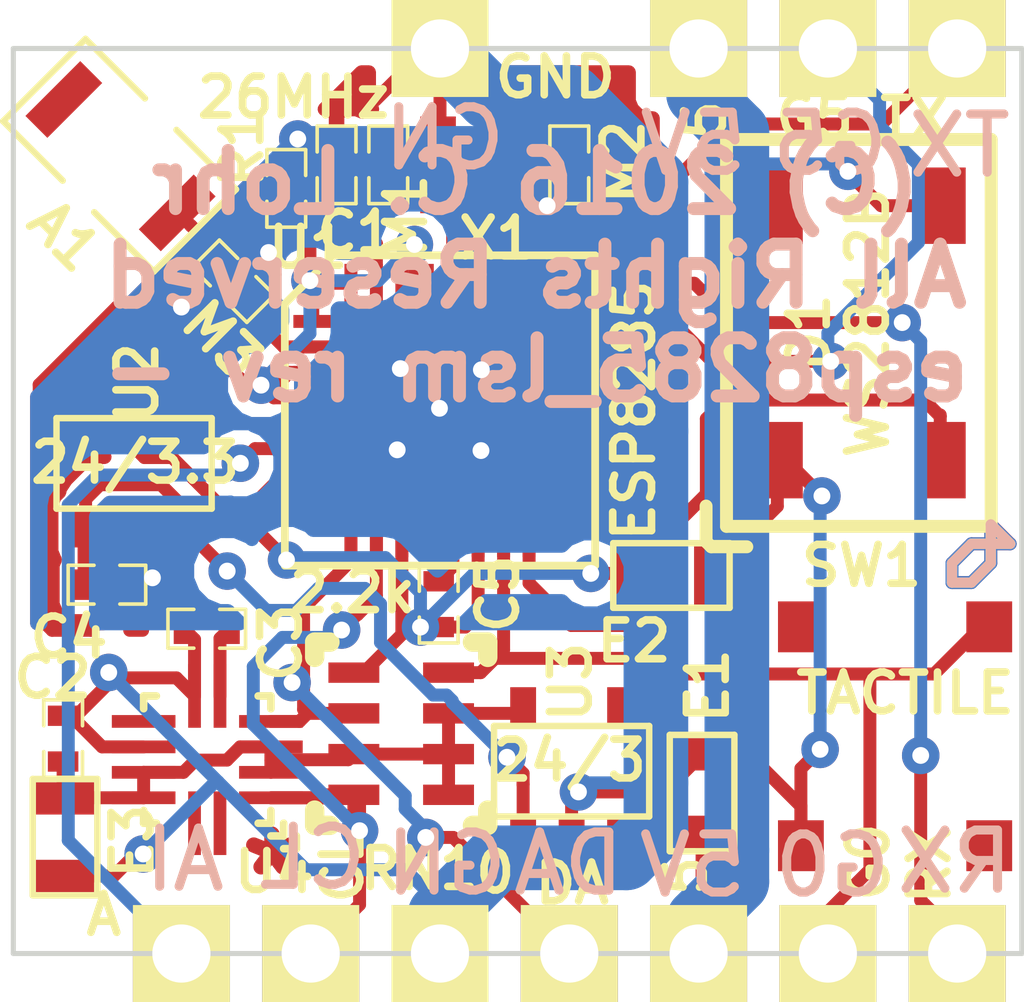
<source format=kicad_pcb>
(kicad_pcb (version 3) (host pcbnew "(2013-jul-07)-stable")

  (general
    (links 76)
    (no_connects 0)
    (area 35.564798 29.145661 56.868553 51.14932)
    (thickness 1.6)
    (drawings 31)
    (tracks 443)
    (zones 0)
    (modules 32)
    (nets 19)
  )

  (page User 139.7 139.7)
  (layers
    (15 F.Cu signal)
    (0 B.Cu signal)
    (16 B.Adhes user)
    (17 F.Adhes user)
    (18 B.Paste user)
    (19 F.Paste user)
    (20 B.SilkS user)
    (21 F.SilkS user)
    (22 B.Mask user)
    (23 F.Mask user)
    (24 Dwgs.User user)
    (25 Cmts.User user)
    (26 Eco1.User user)
    (27 Eco2.User user)
    (28 Edge.Cuts user)
  )

  (setup
    (last_trace_width 1.27)
    (trace_clearance 0.2413)
    (zone_clearance 0.2794)
    (zone_45_only no)
    (trace_min 0.254)
    (segment_width 0.2)
    (edge_width 0.1)
    (via_size 0.7366)
    (via_drill 0.3302)
    (via_min_size 0.7112)
    (via_min_drill 0.3048)
    (uvia_size 0.508)
    (uvia_drill 0.127)
    (uvias_allowed no)
    (uvia_min_size 0.508)
    (uvia_min_drill 0.127)
    (pcb_text_width 0.1778)
    (pcb_text_size 1.143 1.143)
    (mod_edge_width 0.15)
    (mod_text_size 0.762 0.762)
    (mod_text_width 0.15)
    (pad_size 1.905 1.905)
    (pad_drill 1.143)
    (pad_to_mask_clearance 0.0254)
    (solder_mask_min_width 0.0254)
    (pad_to_paste_clearance -0.0254)
    (aux_axis_origin 0 0)
    (visible_elements FFFFFFFF)
    (pcbplotparams
      (layerselection 284721153)
      (usegerberextensions true)
      (excludeedgelayer true)
      (linewidth 0.150000)
      (plotframeref false)
      (viasonmask false)
      (mode 1)
      (useauxorigin false)
      (hpglpennumber 1)
      (hpglpenspeed 20)
      (hpglpendiameter 15)
      (hpglpenoverlay 2)
      (psnegative false)
      (psa4output false)
      (plotreference true)
      (plotvalue true)
      (plotothertext true)
      (plotinvisibletext false)
      (padsonsilk false)
      (subtractmaskfromsilk false)
      (outputformat 1)
      (mirror false)
      (drillshape 0)
      (scaleselection 1)
      (outputdirectory esp8285_lsm))
  )

  (net 0 "")
  (net 1 +2.5V)
  (net 2 +5V)
  (net 3 G0)
  (net 4 G2)
  (net 5 GND)
  (net 6 N-000001)
  (net 7 N-0000010)
  (net 8 N-0000011)
  (net 9 N-0000012)
  (net 10 N-0000014)
  (net 11 N-000002)
  (net 12 N-0000023)
  (net 13 N-0000032)
  (net 14 N-000006)
  (net 15 N-000007)
  (net 16 N-000008)
  (net 17 SCL)
  (net 18 SDA)

  (net_class Default "This is the default net class."
    (clearance 0.2413)
    (trace_width 1.27)
    (via_dia 0.7366)
    (via_drill 0.3302)
    (uvia_dia 0.508)
    (uvia_drill 0.127)
    (add_net "")
    (add_net +2.5V)
    (add_net +5V)
    (add_net G0)
    (add_net G2)
    (add_net GND)
    (add_net N-000001)
    (add_net N-0000010)
    (add_net N-0000011)
    (add_net N-0000012)
    (add_net N-0000014)
    (add_net N-000002)
    (add_net N-0000023)
    (add_net N-0000032)
    (add_net N-000006)
    (add_net N-000007)
    (add_net N-000008)
    (add_net SCL)
    (add_net SDA)
  )

  (module SM1206 (layer F.Cu) (tedit 5782FA9A) (tstamp 5782E631)
    (at 38.12032 32.79648 315)
    (path /5782E71D)
    (attr smd)
    (fp_text reference A1 (at 0.402315 1.889446 315) (layer F.SilkS)
      (effects (font (size 0.762 0.762) (thickness 0.15)))
    )
    (fp_text value ANT (at 0 0 315) (layer F.SilkS) hide
      (effects (font (size 0.762 0.762) (thickness 0.15)))
    )
    (fp_line (start -2.04 -1.143) (end -2.04 1.143) (layer F.SilkS) (width 0.127))
    (fp_line (start -2.04 1.143) (end -0.389 1.143) (layer F.SilkS) (width 0.127))
    (fp_line (start 0.489 -1.143) (end 2.14 -1.143) (layer F.SilkS) (width 0.127))
    (fp_line (start 2.14 -1.143) (end 2.14 1.143) (layer F.SilkS) (width 0.127))
    (fp_line (start 2.14 1.143) (end 0.489 1.143) (layer F.SilkS) (width 0.127))
    (fp_line (start -0.389 -1.143) (end -2.04 -1.143) (layer F.SilkS) (width 0.127))
    (pad 1 smd rect (at -1.5 0 315) (size 0.6096 1.524)
      (layers F.Cu F.Paste F.Mask)
    )
    (pad 2 smd rect (at 1.651 0 315) (size 0.6096 1.524)
      (layers F.Cu F.Paste F.Mask)
      (net 9 N-0000012)
    )
    (model smd/chip_cms.wrl
      (at (xyz 0 0 0))
      (scale (xyz 0.17 0.16 0.16))
      (rotate (xyz 0 0 0))
    )
  )

  (module TACTILE (layer F.Cu) (tedit 578302C8) (tstamp 576E2AC1)
    (at 53.34 44.196 270)
    (path /576C20E2)
    (fp_text reference SW1 (at -3.302 0.6096 360) (layer F.SilkS)
      (effects (font (size 0.762 0.762) (thickness 0.15)))
    )
    (fp_text value TACTILE (at -0.79502 -0.24892 360) (layer F.SilkS)
      (effects (font (size 0.762 0.762) (thickness 0.15)))
    )
    (pad 1 smd rect (at -2.1 -1.9 270) (size 1 0.9)
      (layers F.Cu F.Paste F.Mask)
      (net 3 G0)
    )
    (pad 2 smd rect (at 2.2 -1.9 270) (size 1 0.9)
      (layers F.Cu F.Paste F.Mask)
    )
    (pad 3 smd rect (at -2.1 1.8 270) (size 1 0.9)
      (layers F.Cu F.Paste F.Mask)
    )
    (pad 4 smd rect (at 2.2 1.8 270) (size 1 0.9)
      (layers F.Cu F.Paste F.Mask)
      (net 5 GND)
    )
  )

  (module SOT23-5 (layer F.Cu) (tedit 5782FB5C) (tstamp 576E2ACE)
    (at 38.44036 38.88486)
    (path /576C1E1A)
    (attr smd)
    (fp_text reference U2 (at 0.06 -1.59 90) (layer F.SilkS)
      (effects (font (size 0.762 0.762) (thickness 0.15)))
    )
    (fp_text value 24/3.3 (at 0.02032 -0.01778) (layer F.SilkS)
      (effects (font (size 0.762 0.762) (thickness 0.15)))
    )
    (fp_line (start 1.524 -0.889) (end 1.524 0.889) (layer F.SilkS) (width 0.127))
    (fp_line (start 1.524 0.889) (end -1.524 0.889) (layer F.SilkS) (width 0.127))
    (fp_line (start -1.524 0.889) (end -1.524 -0.889) (layer F.SilkS) (width 0.127))
    (fp_line (start -1.524 -0.889) (end 1.524 -0.889) (layer F.SilkS) (width 0.127))
    (pad 1 smd rect (at -0.9525 1.27) (size 0.508 0.762)
      (layers F.Cu F.Paste F.Mask)
      (net 2 +5V)
    )
    (pad 3 smd rect (at 0.9525 1.27) (size 0.508 0.762)
      (layers F.Cu F.Paste F.Mask)
      (net 2 +5V)
    )
    (pad 5 smd rect (at -0.9525 -1.27) (size 0.508 0.762)
      (layers F.Cu F.Paste F.Mask)
      (net 4 G2)
    )
    (pad 2 smd rect (at 0 1.27) (size 0.508 0.762)
      (layers F.Cu F.Paste F.Mask)
      (net 5 GND)
    )
    (pad 4 smd rect (at 0.9525 -1.27) (size 0.508 0.762)
      (layers F.Cu F.Paste F.Mask)
    )
    (model smd/SOT23_5.wrl
      (at (xyz 0 0 0))
      (scale (xyz 0.1 0.1 0.1))
      (rotate (xyz 0 0 0))
    )
  )

  (module SOT23-5 (layer F.Cu) (tedit 57830380) (tstamp 576E2ADB)
    (at 47.03572 44.9326)
    (path /576C2330)
    (attr smd)
    (fp_text reference U3 (at -0.02032 -1.7526 90) (layer F.SilkS)
      (effects (font (size 0.762 0.762) (thickness 0.15)))
    )
    (fp_text value 24/3 (at -0.04064 -0.21336) (layer F.SilkS)
      (effects (font (size 0.762 0.762) (thickness 0.15)))
    )
    (fp_line (start 1.524 -0.889) (end 1.524 0.889) (layer F.SilkS) (width 0.127))
    (fp_line (start 1.524 0.889) (end -1.524 0.889) (layer F.SilkS) (width 0.127))
    (fp_line (start -1.524 0.889) (end -1.524 -0.889) (layer F.SilkS) (width 0.127))
    (fp_line (start -1.524 -0.889) (end 1.524 -0.889) (layer F.SilkS) (width 0.127))
    (pad 1 smd rect (at -0.9525 1.27) (size 0.508 0.762)
      (layers F.Cu F.Paste F.Mask)
      (net 2 +5V)
    )
    (pad 3 smd rect (at 0.9525 1.27) (size 0.508 0.762)
      (layers F.Cu F.Paste F.Mask)
      (net 2 +5V)
    )
    (pad 5 smd rect (at -0.9525 -1.27) (size 0.508 0.762)
      (layers F.Cu F.Paste F.Mask)
      (net 1 +2.5V)
    )
    (pad 2 smd rect (at 0 1.27) (size 0.508 0.762)
      (layers F.Cu F.Paste F.Mask)
      (net 5 GND)
    )
    (pad 4 smd rect (at 0.9525 -1.27) (size 0.508 0.762)
      (layers F.Cu F.Paste F.Mask)
    )
    (model smd/SOT23_5.wrl
      (at (xyz 0 0 0))
      (scale (xyz 0.1 0.1 0.1))
      (rotate (xyz 0 0 0))
    )
  )

  (module QFN32 (layer F.Cu) (tedit 5782FAA5) (tstamp 576E2B24)
    (at 44.45 37.846)
    (descr "Support CMS Plcc 32 pins")
    (tags "CMS Plcc")
    (path /576C192F)
    (attr smd)
    (fp_text reference U1 (at -2.5908 -3.2004) (layer F.SilkS)
      (effects (font (size 0.762 0.762) (thickness 0.15)))
    )
    (fp_text value ESP8285 (at 3.81 0 90) (layer F.SilkS)
      (effects (font (size 0.762 0.762) (thickness 0.15)))
    )
    (fp_line (start -2.0955 -3.048) (end 2.0955 -3.048) (layer F.SilkS) (width 0.1524))
    (fp_line (start 2.0955 -3.048) (end 3.048 -3.048) (layer F.SilkS) (width 0.1524))
    (fp_line (start 3.048 -3.048) (end 3.048 3.048) (layer F.SilkS) (width 0.1524))
    (fp_line (start 3.048 3.048) (end -3.048 3.048) (layer F.SilkS) (width 0.1524))
    (fp_line (start -3.048 3.048) (end -3.048 -2.0955) (layer F.SilkS) (width 0.1524))
    (fp_line (start -3.048 -2.0955) (end -2.0955 -3.048) (layer F.SilkS) (width 0.1524))
    (pad 31 smd rect (at -1.24968 -2.49936) (size 0.254 0.762)
      (layers F.Cu F.Paste F.Mask)
      (net 10 N-0000014)
    )
    (pad 30 smd rect (at -0.7493 -2.49936) (size 0.254 0.762)
      (layers F.Cu F.Paste F.Mask)
      (net 4 G2)
    )
    (pad 29 smd rect (at -0.24892 -2.49936) (size 0.254 0.762)
      (layers F.Cu F.Paste F.Mask)
      (net 4 G2)
    )
    (pad 32 smd rect (at -1.75006 -2.49936) (size 0.254 0.762)
      (layers F.Cu F.Paste F.Mask)
      (net 4 G2)
    )
    (pad 1 smd rect (at -2.49936 -1.75006 90) (size 0.254 0.762)
      (layers F.Cu F.Paste F.Mask)
      (net 4 G2)
    )
    (pad 2 smd rect (at -2.49936 -1.24968 90) (size 0.254 0.762)
      (layers F.Cu F.Paste F.Mask)
      (net 13 N-0000032)
    )
    (pad 3 smd rect (at -2.49936 -0.7493 90) (size 0.254 0.762)
      (layers F.Cu F.Paste F.Mask)
      (net 4 G2)
    )
    (pad 4 smd rect (at -2.49936 -0.24892 90) (size 0.254 0.762)
      (layers F.Cu F.Paste F.Mask)
      (net 4 G2)
    )
    (pad 5 smd rect (at -2.49936 0.24892 90) (size 0.254 0.762)
      (layers F.Cu F.Paste F.Mask)
    )
    (pad 6 smd rect (at -2.49936 0.7493 90) (size 0.254 0.762)
      (layers F.Cu F.Paste F.Mask)
      (net 6 N-000001)
    )
    (pad 7 smd rect (at -2.49936 1.24968 90) (size 0.254 0.762)
      (layers F.Cu F.Paste F.Mask)
      (net 4 G2)
    )
    (pad 8 smd rect (at -2.49936 1.75006 90) (size 0.254 0.762)
      (layers F.Cu F.Paste F.Mask)
    )
    (pad 16 smd rect (at 1.75006 2.49936) (size 0.254 0.762)
      (layers F.Cu F.Paste F.Mask)
      (net 16 N-000008)
    )
    (pad 9 smd rect (at -1.75006 2.49936) (size 0.254 0.762)
      (layers F.Cu F.Paste F.Mask)
      (net 18 SDA)
    )
    (pad 10 smd rect (at -1.24968 2.49936) (size 0.254 0.762)
      (layers F.Cu F.Paste F.Mask)
      (net 17 SCL)
    )
    (pad 11 smd rect (at -0.7493 2.49936) (size 0.254 0.762)
      (layers F.Cu F.Paste F.Mask)
      (net 4 G2)
    )
    (pad 12 smd rect (at -0.24892 2.49936) (size 0.254 0.762)
      (layers F.Cu F.Paste F.Mask)
    )
    (pad 13 smd rect (at 0.24892 2.49936) (size 0.254 0.762)
      (layers F.Cu F.Paste F.Mask)
      (net 5 GND)
    )
    (pad 14 smd rect (at 0.7493 2.49936) (size 0.254 0.762)
      (layers F.Cu F.Paste F.Mask)
      (net 4 G2)
    )
    (pad 15 smd rect (at 1.24968 2.49936) (size 0.254 0.762)
      (layers F.Cu F.Paste F.Mask)
      (net 3 G0)
    )
    (pad 17 smd rect (at 2.49936 1.75006 90) (size 0.254 0.762)
      (layers F.Cu F.Paste F.Mask)
      (net 4 G2)
    )
    (pad 18 smd rect (at 2.49936 1.24968 90) (size 0.254 0.762)
      (layers F.Cu F.Paste F.Mask)
    )
    (pad 19 smd rect (at 2.49936 0.7493 90) (size 0.254 0.762)
      (layers F.Cu F.Paste F.Mask)
    )
    (pad 20 smd rect (at 2.49936 0.24892 90) (size 0.254 0.762)
      (layers F.Cu F.Paste F.Mask)
    )
    (pad 21 smd rect (at 2.49936 -0.24892 90) (size 0.254 0.762)
      (layers F.Cu F.Paste F.Mask)
    )
    (pad 22 smd rect (at 2.49936 -0.7493 90) (size 0.254 0.762)
      (layers F.Cu F.Paste F.Mask)
    )
    (pad 23 smd rect (at 2.49936 -1.24968 90) (size 0.254 0.762)
      (layers F.Cu F.Paste F.Mask)
    )
    (pad 24 smd rect (at 2.49936 -1.75006 90) (size 0.254 0.762)
      (layers F.Cu F.Paste F.Mask)
      (net 7 N-0000010)
    )
    (pad 25 smd rect (at 1.75006 -2.49936) (size 0.254 0.762)
      (layers F.Cu F.Paste F.Mask)
      (net 15 N-000007)
    )
    (pad 26 smd rect (at 1.24968 -2.49936) (size 0.254 0.762)
      (layers F.Cu F.Paste F.Mask)
      (net 8 N-0000011)
    )
    (pad 27 smd rect (at 0.7493 -2.49936) (size 0.254 0.762)
      (layers F.Cu F.Paste F.Mask)
      (net 14 N-000006)
    )
    (pad 28 smd rect (at 0.24892 -2.49936) (size 0.254 0.762)
      (layers F.Cu F.Paste F.Mask)
      (net 12 N-0000023)
    )
    (pad 33 smd rect (at 0 0) (size 2.99974 2.99974)
      (layers F.Cu F.Paste F.Mask)
      (net 5 GND)
    )
  )

  (module 12LGA (layer F.Cu) (tedit 5782FB76) (tstamp 576E2B5E)
    (at 39.878 44.704 180)
    (path /576C1920)
    (fp_text reference U4 (at -1.31572 -2.20472 180) (layer F.SilkS)
      (effects (font (size 0.762 0.762) (thickness 0.15)))
    )
    (fp_text value LSM303C (at -1.4986 -5.2324 180) (layer F.SilkS) hide
      (effects (font (size 0.762 0.762) (thickness 0.15)))
    )
    (fp_line (start -1.75 -1.5) (end -1.75 -1.75) (layer F.SilkS) (width 0.15))
    (fp_line (start -1.75 -1.75) (end -1.5 -1.75) (layer F.SilkS) (width 0.15))
    (fp_line (start -1.5 -1.25) (end -1.5 -1.5) (layer F.SilkS) (width 0.15))
    (fp_line (start -1.5 -1.5) (end -1.25 -1.5) (layer F.SilkS) (width 0.15))
    (fp_line (start -1 1.25) (end -1.25 1.25) (layer F.SilkS) (width 0.15))
    (fp_line (start -1.25 1.25) (end -1.25 1) (layer F.SilkS) (width 0.15))
    (fp_line (start 1.25 1) (end 1.25 1.25) (layer F.SilkS) (width 0.15))
    (fp_line (start 1.25 1.25) (end 1 1.25) (layer F.SilkS) (width 0.15))
    (fp_line (start 1 -1.25) (end 1.25 -1.25) (layer F.SilkS) (width 0.15))
    (fp_line (start 1.25 -1.25) (end 1.25 -1) (layer F.SilkS) (width 0.15))
    (fp_line (start -1.25 -1) (end -1.25 -1.25) (layer F.SilkS) (width 0.15))
    (fp_line (start -1.25 -1.25) (end -1 -1.25) (layer F.SilkS) (width 0.15))
    (pad 1 smd rect (at -1.25 -0.75 180) (size 1.25 0.25)
      (layers F.Cu F.Paste F.Mask)
      (net 17 SCL)
    )
    (pad 2 smd rect (at -1.25 -0.25 180) (size 1.25 0.25)
      (layers F.Cu F.Paste F.Mask)
      (net 1 +2.5V)
    )
    (pad 3 smd rect (at -1.25 0.25 180) (size 1.25 0.25)
      (layers F.Cu F.Paste F.Mask)
      (net 1 +2.5V)
    )
    (pad 4 smd rect (at -1.25 0.75 180) (size 1.25 0.25)
      (layers F.Cu F.Paste F.Mask)
      (net 18 SDA)
    )
    (pad 5 smd rect (at -0.25 1.25 180) (size 0.25 1.25)
      (layers F.Cu F.Paste F.Mask)
      (net 11 N-000002)
    )
    (pad 6 smd rect (at 0.25 1.25 180) (size 0.25 1.25)
      (layers F.Cu F.Paste F.Mask)
      (net 5 GND)
    )
    (pad 7 smd rect (at 1.25 0.75 180) (size 1.25 0.25)
      (layers F.Cu F.Paste F.Mask)
    )
    (pad 8 smd rect (at 1.25 0.25 180) (size 1.25 0.25)
      (layers F.Cu F.Paste F.Mask)
      (net 5 GND)
    )
    (pad 9 smd rect (at 1.25 -0.25 180) (size 1.25 0.25)
      (layers F.Cu F.Paste F.Mask)
      (net 1 +2.5V)
    )
    (pad 10 smd rect (at 1.25 -0.75 180) (size 1.25 0.25)
      (layers F.Cu F.Paste F.Mask)
      (net 1 +2.5V)
    )
    (pad 11 smd rect (at 0.25 -1.25 180) (size 0.25 1.25)
      (layers F.Cu F.Paste F.Mask)
    )
    (pad 12 smd rect (at -0.25 -1.25 180) (size 0.25 1.25)
      (layers F.Cu F.Paste F.Mask)
    )
  )

  (module .1SMTPIN (layer F.Cu) (tedit 578302F0) (tstamp 576E2B68)
    (at 54.61 30.734)
    (path /576C2572)
    (fp_text reference P2 (at -0.07 1.6 90) (layer F.SilkS) hide
      (effects (font (size 0.762 0.762) (thickness 0.15)))
    )
    (fp_text value TX (at -0.84328 1.37668) (layer F.SilkS)
      (effects (font (size 0.762 0.762) (thickness 0.15)))
    )
    (pad 1 thru_hole rect (at 0 0) (size 1.905 1.905) (drill 1.143)
      (layers *.Cu *.Mask F.SilkS)
      (net 8 N-0000011)
    )
  )

  (module .1SMTPIN (layer F.Cu) (tedit 578302BC) (tstamp 576C3082)
    (at 54.61 48.514)
    (path /576C2578)
    (fp_text reference P1 (at 0 0) (layer F.SilkS) hide
      (effects (font (size 0.762 0.762) (thickness 0.15)))
    )
    (fp_text value RX (at -0.5461 -1.74244 90) (layer F.SilkS)
      (effects (font (size 0.762 0.762) (thickness 0.15)))
    )
    (pad 1 thru_hole rect (at 0 0) (size 1.905 1.905) (drill 1.143)
      (layers *.Cu *.Mask F.SilkS)
      (net 15 N-000007)
    )
  )

  (module .1SMTPIN (layer F.Cu) (tedit 5782FABF) (tstamp 576E2B72)
    (at 44.45 30.734)
    (path /576C257E)
    (fp_text reference P3 (at 0 0) (layer F.SilkS) hide
      (effects (font (size 0.762 0.762) (thickness 0.15)))
    )
    (fp_text value GND (at 2.26568 0.56388) (layer F.SilkS)
      (effects (font (size 0.762 0.762) (thickness 0.15)))
    )
    (pad 1 thru_hole rect (at 0 0) (size 1.905 1.905) (drill 1.143)
      (layers *.Cu *.Mask F.SilkS)
      (net 5 GND)
    )
  )

  (module XTAL4TINY (layer F.Cu) (tedit 5782FAC3) (tstamp 576C2761)
    (at 45.212 33.02)
    (path /576C19C1)
    (fp_text reference X1 (at 0.35052 1.44272) (layer F.SilkS)
      (effects (font (size 0.762 0.762) (thickness 0.15)))
    )
    (fp_text value 26MHz (at -3.64236 -1.32588) (layer F.SilkS)
      (effects (font (size 0.762 0.762) (thickness 0.15)))
    )
    (pad 1 smd rect (at -0.8 0.6) (size 0.7 0.7)
      (layers F.Cu F.Paste F.Mask)
      (net 12 N-0000023)
    )
    (pad 2 smd rect (at 0.8 -0.6) (size 0.7 0.7)
      (layers F.Cu F.Paste F.Mask)
      (net 14 N-000006)
    )
    (pad 3 smd rect (at -0.8 -0.6) (size 0.7 0.7)
      (layers F.Cu F.Paste F.Mask)
      (net 5 GND)
    )
    (pad 4 smd rect (at 0.8 0.6) (size 0.7 0.7)
      (layers F.Cu F.Paste F.Mask)
      (net 5 GND)
    )
  )

  (module SM0402 (layer F.Cu) (tedit 5782FAB6) (tstamp 576C2BBA)
    (at 43.434 33.02 90)
    (path /576C2FB6)
    (attr smd)
    (fp_text reference M1 (at -1.00584 0.34544 90) (layer F.SilkS)
      (effects (font (size 0.762 0.762) (thickness 0.15)))
    )
    (fp_text value 5.6p (at 0.09906 0 90) (layer F.SilkS) hide
      (effects (font (size 0.762 0.762) (thickness 0.15)))
    )
    (fp_line (start -0.254 -0.381) (end -0.762 -0.381) (layer F.SilkS) (width 0.07112))
    (fp_line (start -0.762 -0.381) (end -0.762 0.381) (layer F.SilkS) (width 0.07112))
    (fp_line (start -0.762 0.381) (end -0.254 0.381) (layer F.SilkS) (width 0.07112))
    (fp_line (start 0.254 -0.381) (end 0.762 -0.381) (layer F.SilkS) (width 0.07112))
    (fp_line (start 0.762 -0.381) (end 0.762 0.381) (layer F.SilkS) (width 0.07112))
    (fp_line (start 0.762 0.381) (end 0.254 0.381) (layer F.SilkS) (width 0.07112))
    (pad 1 smd rect (at -0.44958 0 90) (size 0.39878 0.59944)
      (layers F.Cu F.Paste F.Mask)
      (net 12 N-0000023)
    )
    (pad 2 smd rect (at 0.44958 0 90) (size 0.39878 0.59944)
      (layers F.Cu F.Paste F.Mask)
      (net 5 GND)
    )
    (model smd\chip_cms.wrl
      (at (xyz 0 0 0.002))
      (scale (xyz 0.05 0.05 0.05))
      (rotate (xyz 0 0 0))
    )
  )

  (module SM0402 (layer F.Cu) (tedit 5782FAC7) (tstamp 576C2BC6)
    (at 46.99 33.02 270)
    (path /576C2CF8)
    (attr smd)
    (fp_text reference M2 (at -0.05588 -1.06172 270) (layer F.SilkS)
      (effects (font (size 0.762 0.762) (thickness 0.15)))
    )
    (fp_text value 5.6p (at 0.09906 0 270) (layer F.SilkS) hide
      (effects (font (size 0.762 0.762) (thickness 0.15)))
    )
    (fp_line (start -0.254 -0.381) (end -0.762 -0.381) (layer F.SilkS) (width 0.07112))
    (fp_line (start -0.762 -0.381) (end -0.762 0.381) (layer F.SilkS) (width 0.07112))
    (fp_line (start -0.762 0.381) (end -0.254 0.381) (layer F.SilkS) (width 0.07112))
    (fp_line (start 0.254 -0.381) (end 0.762 -0.381) (layer F.SilkS) (width 0.07112))
    (fp_line (start 0.762 -0.381) (end 0.762 0.381) (layer F.SilkS) (width 0.07112))
    (fp_line (start 0.762 0.381) (end 0.254 0.381) (layer F.SilkS) (width 0.07112))
    (pad 1 smd rect (at -0.44958 0 270) (size 0.39878 0.59944)
      (layers F.Cu F.Paste F.Mask)
      (net 14 N-000006)
    )
    (pad 2 smd rect (at 0.44958 0 270) (size 0.39878 0.59944)
      (layers F.Cu F.Paste F.Mask)
      (net 5 GND)
    )
    (model smd\chip_cms.wrl
      (at (xyz 0 0 0.002))
      (scale (xyz 0.05 0.05 0.05))
      (rotate (xyz 0 0 0))
    )
  )

  (module .1SMTPIN (layer F.Cu) (tedit 5782EC59) (tstamp 576C3DA8)
    (at 39.37 48.514)
    (path /576C2F50)
    (fp_text reference P5 (at 0.56 -1.13) (layer F.SilkS) hide
      (effects (font (size 0.762 0.762) (thickness 0.15)))
    )
    (fp_text value A (at -1.524 -0.762) (layer F.SilkS)
      (effects (font (size 0.762 0.762) (thickness 0.15)))
    )
    (pad 1 thru_hole rect (at 0 0) (size 1.905 1.905) (drill 1.143)
      (layers *.Cu *.Mask F.SilkS)
      (net 6 N-000001)
    )
  )

  (module SM0603 (layer F.Cu) (tedit 576C54EC) (tstamp 576C36B8)
    (at 37.084 46.228 90)
    (path /576C36BE)
    (attr smd)
    (fp_text reference E3 (at -0.08 1.32 90) (layer F.SilkS)
      (effects (font (size 0.762 0.762) (thickness 0.15)))
    )
    (fp_text value 10u (at 0 0 90) (layer F.SilkS) hide
      (effects (font (size 0.762 0.762) (thickness 0.15)))
    )
    (fp_line (start -1.143 -0.635) (end 1.143 -0.635) (layer F.SilkS) (width 0.127))
    (fp_line (start 1.143 -0.635) (end 1.143 0.635) (layer F.SilkS) (width 0.127))
    (fp_line (start 1.143 0.635) (end -1.143 0.635) (layer F.SilkS) (width 0.127))
    (fp_line (start -1.143 0.635) (end -1.143 -0.635) (layer F.SilkS) (width 0.127))
    (pad 1 smd rect (at -0.762 0 90) (size 0.635 1.143)
      (layers F.Cu F.Paste F.Mask)
      (net 5 GND)
    )
    (pad 2 smd rect (at 0.762 0 90) (size 0.635 1.143)
      (layers F.Cu F.Paste F.Mask)
      (net 1 +2.5V)
    )
    (model smd\resistors\R0603.wrl
      (at (xyz 0 0 0.001))
      (scale (xyz 0.5 0.5 0.5))
      (rotate (xyz 0 0 0))
    )
  )

  (module SM0603 (layer F.Cu) (tedit 5782FB3B) (tstamp 576C36C2)
    (at 48.9966 41.08704 180)
    (path /576C3722)
    (attr smd)
    (fp_text reference E2 (at 0.7366 -1.29032 180) (layer F.SilkS)
      (effects (font (size 0.762 0.762) (thickness 0.15)))
    )
    (fp_text value 10u (at 0 0 180) (layer F.SilkS) hide
      (effects (font (size 0.762 0.762) (thickness 0.15)))
    )
    (fp_line (start -1.143 -0.635) (end 1.143 -0.635) (layer F.SilkS) (width 0.127))
    (fp_line (start 1.143 -0.635) (end 1.143 0.635) (layer F.SilkS) (width 0.127))
    (fp_line (start 1.143 0.635) (end -1.143 0.635) (layer F.SilkS) (width 0.127))
    (fp_line (start -1.143 0.635) (end -1.143 -0.635) (layer F.SilkS) (width 0.127))
    (pad 1 smd rect (at -0.762 0 180) (size 0.635 1.143)
      (layers F.Cu F.Paste F.Mask)
      (net 5 GND)
    )
    (pad 2 smd rect (at 0.762 0 180) (size 0.635 1.143)
      (layers F.Cu F.Paste F.Mask)
      (net 4 G2)
    )
    (model smd\resistors\R0603.wrl
      (at (xyz 0 0 0.001))
      (scale (xyz 0.5 0.5 0.5))
      (rotate (xyz 0 0 0))
    )
  )

  (module SM0603 (layer F.Cu) (tedit 5783037C) (tstamp 576C36CC)
    (at 49.59858 45.36186 270)
    (path /576C372A)
    (attr smd)
    (fp_text reference E1 (at -2.10566 -0.10922 270) (layer F.SilkS)
      (effects (font (size 0.762 0.762) (thickness 0.15)))
    )
    (fp_text value 10u (at 0 0 270) (layer F.SilkS) hide
      (effects (font (size 0.762 0.762) (thickness 0.15)))
    )
    (fp_line (start -1.143 -0.635) (end 1.143 -0.635) (layer F.SilkS) (width 0.127))
    (fp_line (start 1.143 -0.635) (end 1.143 0.635) (layer F.SilkS) (width 0.127))
    (fp_line (start 1.143 0.635) (end -1.143 0.635) (layer F.SilkS) (width 0.127))
    (fp_line (start -1.143 0.635) (end -1.143 -0.635) (layer F.SilkS) (width 0.127))
    (pad 1 smd rect (at -0.762 0 270) (size 0.635 1.143)
      (layers F.Cu F.Paste F.Mask)
      (net 5 GND)
    )
    (pad 2 smd rect (at 0.762 0 270) (size 0.635 1.143)
      (layers F.Cu F.Paste F.Mask)
      (net 2 +5V)
    )
    (model smd\resistors\R0603.wrl
      (at (xyz 0 0 0.001))
      (scale (xyz 0.5 0.5 0.5))
      (rotate (xyz 0 0 0))
    )
  )

  (module SM0402 (layer F.Cu) (tedit 5782FAA9) (tstamp 576C36D8)
    (at 41.42994 33.48228 270)
    (path /576C2DFD)
    (attr smd)
    (fp_text reference C1 (at 0.8636 -1.36398 360) (layer F.SilkS)
      (effects (font (size 0.762 0.762) (thickness 0.15)))
    )
    (fp_text value .1u (at 0.09906 0 270) (layer F.SilkS) hide
      (effects (font (size 0.762 0.762) (thickness 0.15)))
    )
    (fp_line (start -0.254 -0.381) (end -0.762 -0.381) (layer F.SilkS) (width 0.07112))
    (fp_line (start -0.762 -0.381) (end -0.762 0.381) (layer F.SilkS) (width 0.07112))
    (fp_line (start -0.762 0.381) (end -0.254 0.381) (layer F.SilkS) (width 0.07112))
    (fp_line (start 0.254 -0.381) (end 0.762 -0.381) (layer F.SilkS) (width 0.07112))
    (fp_line (start 0.762 -0.381) (end 0.762 0.381) (layer F.SilkS) (width 0.07112))
    (fp_line (start 0.762 0.381) (end 0.254 0.381) (layer F.SilkS) (width 0.07112))
    (pad 1 smd rect (at -0.44958 0 270) (size 0.39878 0.59944)
      (layers F.Cu F.Paste F.Mask)
      (net 5 GND)
    )
    (pad 2 smd rect (at 0.44958 0 270) (size 0.39878 0.59944)
      (layers F.Cu F.Paste F.Mask)
      (net 4 G2)
    )
    (model smd\chip_cms.wrl
      (at (xyz 0 0 0.002))
      (scale (xyz 0.05 0.05 0.05))
      (rotate (xyz 0 0 0))
    )
  )

  (module SM0402 (layer F.Cu) (tedit 5782FB66) (tstamp 576C36E4)
    (at 37.0459 44.29252 270)
    (path /576C35FC)
    (attr smd)
    (fp_text reference C2 (at -1.19888 0.20574 360) (layer F.SilkS)
      (effects (font (size 0.762 0.762) (thickness 0.15)))
    )
    (fp_text value .1u (at 0.09906 0 270) (layer F.SilkS) hide
      (effects (font (size 0.762 0.762) (thickness 0.15)))
    )
    (fp_line (start -0.254 -0.381) (end -0.762 -0.381) (layer F.SilkS) (width 0.07112))
    (fp_line (start -0.762 -0.381) (end -0.762 0.381) (layer F.SilkS) (width 0.07112))
    (fp_line (start -0.762 0.381) (end -0.254 0.381) (layer F.SilkS) (width 0.07112))
    (fp_line (start 0.254 -0.381) (end 0.762 -0.381) (layer F.SilkS) (width 0.07112))
    (fp_line (start 0.762 -0.381) (end 0.762 0.381) (layer F.SilkS) (width 0.07112))
    (fp_line (start 0.762 0.381) (end 0.254 0.381) (layer F.SilkS) (width 0.07112))
    (pad 1 smd rect (at -0.44958 0 270) (size 0.39878 0.59944)
      (layers F.Cu F.Paste F.Mask)
      (net 5 GND)
    )
    (pad 2 smd rect (at 0.44958 0 270) (size 0.39878 0.59944)
      (layers F.Cu F.Paste F.Mask)
      (net 1 +2.5V)
    )
    (model smd\chip_cms.wrl
      (at (xyz 0 0 0.002))
      (scale (xyz 0.05 0.05 0.05))
      (rotate (xyz 0 0 0))
    )
  )

  (module SM0402 (layer F.Cu) (tedit 5782FB63) (tstamp 576C36F0)
    (at 39.86784 42.13352)
    (path /576C3610)
    (attr smd)
    (fp_text reference C3 (at 1.45288 0.27432 90) (layer F.SilkS)
      (effects (font (size 0.762 0.762) (thickness 0.15)))
    )
    (fp_text value .1u (at 0.09906 0) (layer F.SilkS) hide
      (effects (font (size 0.762 0.762) (thickness 0.15)))
    )
    (fp_line (start -0.254 -0.381) (end -0.762 -0.381) (layer F.SilkS) (width 0.07112))
    (fp_line (start -0.762 -0.381) (end -0.762 0.381) (layer F.SilkS) (width 0.07112))
    (fp_line (start -0.762 0.381) (end -0.254 0.381) (layer F.SilkS) (width 0.07112))
    (fp_line (start 0.254 -0.381) (end 0.762 -0.381) (layer F.SilkS) (width 0.07112))
    (fp_line (start 0.762 -0.381) (end 0.762 0.381) (layer F.SilkS) (width 0.07112))
    (fp_line (start 0.762 0.381) (end 0.254 0.381) (layer F.SilkS) (width 0.07112))
    (pad 1 smd rect (at -0.44958 0) (size 0.39878 0.59944)
      (layers F.Cu F.Paste F.Mask)
      (net 5 GND)
    )
    (pad 2 smd rect (at 0.44958 0) (size 0.39878 0.59944)
      (layers F.Cu F.Paste F.Mask)
      (net 11 N-000002)
    )
    (model smd\chip_cms.wrl
      (at (xyz 0 0 0.002))
      (scale (xyz 0.05 0.05 0.05))
      (rotate (xyz 0 0 0))
    )
  )

  (module .1SMTPIN (layer F.Cu) (tedit 57830121) (tstamp 576C36F5)
    (at 49.53 48.514)
    (path /576C373C)
    (fp_text reference P7 (at 0 0) (layer F.SilkS) hide
      (effects (font (size 0.762 0.762) (thickness 0.15)))
    )
    (fp_text value 5 (at -0.254 -1.524 90) (layer F.SilkS)
      (effects (font (size 0.762 0.762) (thickness 0.15)))
    )
    (pad 1 thru_hole rect (at 0 0) (size 1.905 1.905) (drill 1.143)
      (layers *.Cu *.Mask F.SilkS)
      (net 2 +5V)
    )
  )

  (module .1SMTPIN (layer F.Cu) (tedit 57830305) (tstamp 576C36FA)
    (at 44.45 48.514)
    (path /576C377C)
    (fp_text reference P6 (at 0 0) (layer F.SilkS) hide
      (effects (font (size 0.762 0.762) (thickness 0.15)))
    )
    (fp_text value 0 (at 1.08458 -1.59258) (layer F.SilkS)
      (effects (font (size 0.762 0.762) (thickness 0.15)))
    )
    (pad 1 thru_hole rect (at 0 0) (size 1.905 1.905) (drill 1.143)
      (layers *.Cu *.Mask F.SilkS)
      (net 5 GND)
    )
  )

  (module WS2812B (layer F.Cu) (tedit 576D465F) (tstamp 576C25ED)
    (at 52.578 36.322 270)
    (path /576C2EA4)
    (fp_text reference D1 (at -0.001 0.885 270) (layer F.SilkS)
      (effects (font (size 0.762 0.762) (thickness 0.15)))
    )
    (fp_text value WS2812B (at -0.201 -0.275 270) (layer F.SilkS)
      (effects (font (size 0.762 0.762) (thickness 0.15)))
    )
    (fp_line (start 4.09956 2.90068) (end 4.20116 2.79908) (layer F.SilkS) (width 0.254))
    (fp_line (start 4.20116 2.79908) (end 4.20116 2.10058) (layer F.SilkS) (width 0.254))
    (fp_line (start 3.40106 2.90068) (end 4.09956 2.90068) (layer F.SilkS) (width 0.254))
    (fp_line (start 3.79984 -2.70002) (end 3.79984 2.49936) (layer F.SilkS) (width 0.254))
    (fp_line (start 3.79984 2.49936) (end -3.79984 2.49936) (layer F.SilkS) (width 0.254))
    (fp_line (start -3.79984 2.49936) (end -3.79984 -2.70002) (layer F.SilkS) (width 0.254))
    (fp_line (start -3.79984 -2.70002) (end 3.79984 -2.70002) (layer F.SilkS) (width 0.254))
    (pad 1 smd rect (at -2.49936 -1.69926 270) (size 1.50114 1.00076)
      (layers F.Cu F.Paste F.Mask)
      (net 2 +5V)
    )
    (pad 2 smd rect (at -2.49936 1.50114 270) (size 1.50114 1.00076)
      (layers F.Cu F.Paste F.Mask)
    )
    (pad 3 smd rect (at 2.49936 1.50114 270) (size 1.50114 1.00076)
      (layers F.Cu F.Paste F.Mask)
      (net 5 GND)
    )
    (pad 4 smd rect (at 2.49936 -1.69926 270) (size 1.50114 1.00076)
      (layers F.Cu F.Paste F.Mask)
      (net 16 N-000008)
    )
  )

  (module SM0402 (layer F.Cu) (tedit 5782FB60) (tstamp 576D477B)
    (at 37.90696 41.26738 180)
    (path /576D49A4)
    (attr smd)
    (fp_text reference C4 (at 0.74676 -1.03378 180) (layer F.SilkS)
      (effects (font (size 0.762 0.762) (thickness 0.15)))
    )
    (fp_text value .1u (at 0.09906 0 180) (layer F.SilkS) hide
      (effects (font (size 0.762 0.762) (thickness 0.15)))
    )
    (fp_line (start -0.254 -0.381) (end -0.762 -0.381) (layer F.SilkS) (width 0.07112))
    (fp_line (start -0.762 -0.381) (end -0.762 0.381) (layer F.SilkS) (width 0.07112))
    (fp_line (start -0.762 0.381) (end -0.254 0.381) (layer F.SilkS) (width 0.07112))
    (fp_line (start 0.254 -0.381) (end 0.762 -0.381) (layer F.SilkS) (width 0.07112))
    (fp_line (start 0.762 -0.381) (end 0.762 0.381) (layer F.SilkS) (width 0.07112))
    (fp_line (start 0.762 0.381) (end 0.254 0.381) (layer F.SilkS) (width 0.07112))
    (pad 1 smd rect (at -0.44958 0 180) (size 0.39878 0.59944)
      (layers F.Cu F.Paste F.Mask)
      (net 5 GND)
    )
    (pad 2 smd rect (at 0.44958 0 180) (size 0.39878 0.59944)
      (layers F.Cu F.Paste F.Mask)
      (net 2 +5V)
    )
    (model smd\chip_cms.wrl
      (at (xyz 0 0 0.002))
      (scale (xyz 0.05 0.05 0.05))
      (rotate (xyz 0 0 0))
    )
  )

  (module SM0402 (layer F.Cu) (tedit 5782FA97) (tstamp 576E2AE5)
    (at 40.386 35.306 135)
    (path /5782E717)
    (attr smd)
    (fp_text reference M3 (at -0.664539 -0.97346 135) (layer F.SilkS)
      (effects (font (size 0.762 0.762) (thickness 0.15)))
    )
    (fp_text value 5.6p (at 0.09906 0 135) (layer F.SilkS) hide
      (effects (font (size 0.762 0.762) (thickness 0.15)))
    )
    (fp_line (start -0.254 -0.381) (end -0.762 -0.381) (layer F.SilkS) (width 0.07112))
    (fp_line (start -0.762 -0.381) (end -0.762 0.381) (layer F.SilkS) (width 0.07112))
    (fp_line (start -0.762 0.381) (end -0.254 0.381) (layer F.SilkS) (width 0.07112))
    (fp_line (start 0.254 -0.381) (end 0.762 -0.381) (layer F.SilkS) (width 0.07112))
    (fp_line (start 0.762 -0.381) (end 0.762 0.381) (layer F.SilkS) (width 0.07112))
    (fp_line (start 0.762 0.381) (end 0.254 0.381) (layer F.SilkS) (width 0.07112))
    (pad 1 smd rect (at -0.44958 0 135) (size 0.39878 0.59944)
      (layers F.Cu F.Paste F.Mask)
      (net 13 N-0000032)
    )
    (pad 2 smd rect (at 0.44958 0 135) (size 0.39878 0.59944)
      (layers F.Cu F.Paste F.Mask)
      (net 9 N-0000012)
    )
    (model smd\chip_cms.wrl
      (at (xyz 0 0 0.002))
      (scale (xyz 0.05 0.05 0.05))
      (rotate (xyz 0 0 0))
    )
  )

  (module NETWORK1206 (layer F.Cu) (tedit 57830302) (tstamp 5782E679)
    (at 43.688 44.196 270)
    (path /5782E870)
    (fp_text reference RN1 (at 2.6543 -0.35306 360) (layer F.SilkS)
      (effects (font (size 0.762 0.762) (thickness 0.15)))
    )
    (fp_text value 2.2k (at -2.78384 0.96012 360) (layer F.SilkS)
      (effects (font (size 0.762 0.762) (thickness 0.15)))
    )
    (fp_line (start 1.8 1.4) (end 1.8 1.7) (layer F.SilkS) (width 0.381))
    (fp_line (start 1.8 1.7) (end 1.5 1.7) (layer F.SilkS) (width 0.381))
    (fp_line (start -1.8 -1.4) (end -1.8 -1.7) (layer F.SilkS) (width 0.381))
    (fp_line (start -1.8 -1.7) (end -1.5 -1.7) (layer F.SilkS) (width 0.381))
    (fp_line (start 1.5 -1.7) (end 1.8 -1.7) (layer F.SilkS) (width 0.381))
    (fp_line (start 1.8 -1.7) (end 1.8 -1.4) (layer F.SilkS) (width 0.381))
    (fp_line (start -1.8 1.4) (end -1.8 1.7) (layer F.SilkS) (width 0.381))
    (fp_line (start -1.8 1.7) (end -1.5 1.7) (layer F.SilkS) (width 0.381))
    (pad 1 smd rect (at -1.2 0.93 270) (size 0.4 1)
      (layers F.Cu F.Paste F.Mask)
      (net 4 G2)
    )
    (pad 2 smd rect (at -0.4 0.93 270) (size 0.4 1)
      (layers F.Cu F.Paste F.Mask)
      (net 18 SDA)
    )
    (pad 3 smd rect (at 0.4 0.93 270) (size 0.4 1)
      (layers F.Cu F.Paste F.Mask)
      (net 1 +2.5V)
    )
    (pad 4 smd rect (at 1.2 0.93 270) (size 0.4 1)
      (layers F.Cu F.Paste F.Mask)
      (net 17 SCL)
    )
    (pad 5 smd rect (at 1.2 -0.93 270) (size 0.4 1)
      (layers F.Cu F.Paste F.Mask)
      (net 1 +2.5V)
    )
    (pad 6 smd rect (at 0.4 -0.93 270) (size 0.4 1)
      (layers F.Cu F.Paste F.Mask)
      (net 1 +2.5V)
    )
    (pad 7 smd rect (at -0.4 -0.93 270) (size 0.4 1)
      (layers F.Cu F.Paste F.Mask)
      (net 1 +2.5V)
    )
    (pad 8 smd rect (at -1.2 -0.93 270) (size 0.4 1)
      (layers F.Cu F.Paste F.Mask)
      (net 3 G0)
    )
  )

  (module .1SMTPIN (layer F.Cu) (tedit 578302E1) (tstamp 5782EBE4)
    (at 49.53 30.734)
    (path /5782EBD8)
    (fp_text reference P4 (at 0 0) (layer F.SilkS) hide
      (effects (font (size 0.762 0.762) (thickness 0.15)))
    )
    (fp_text value 5 (at 0.12192 1.40716 90) (layer F.SilkS)
      (effects (font (size 0.762 0.762) (thickness 0.15)))
    )
    (pad 1 thru_hole rect (at 0 0) (size 1.905 1.905) (drill 1.143)
      (layers *.Cu *.Mask F.SilkS)
      (net 2 +5V)
    )
  )

  (module SM0402 (layer F.Cu) (tedit 5782FAAE) (tstamp 576E2AEF)
    (at 42.418 33.02 270)
    (path /576C1B09)
    (attr smd)
    (fp_text reference R1 (at -0.32004 1.8542 270) (layer F.SilkS)
      (effects (font (size 0.762 0.762) (thickness 0.15)))
    )
    (fp_text value 12k (at 0.09906 0 270) (layer F.SilkS) hide
      (effects (font (size 0.762 0.762) (thickness 0.15)))
    )
    (fp_line (start -0.254 -0.381) (end -0.762 -0.381) (layer F.SilkS) (width 0.07112))
    (fp_line (start -0.762 -0.381) (end -0.762 0.381) (layer F.SilkS) (width 0.07112))
    (fp_line (start -0.762 0.381) (end -0.254 0.381) (layer F.SilkS) (width 0.07112))
    (fp_line (start 0.254 -0.381) (end 0.762 -0.381) (layer F.SilkS) (width 0.07112))
    (fp_line (start 0.762 -0.381) (end 0.762 0.381) (layer F.SilkS) (width 0.07112))
    (fp_line (start 0.762 0.381) (end 0.254 0.381) (layer F.SilkS) (width 0.07112))
    (pad 1 smd rect (at -0.44958 0 270) (size 0.39878 0.59944)
      (layers F.Cu F.Paste F.Mask)
      (net 5 GND)
    )
    (pad 2 smd rect (at 0.44958 0 270) (size 0.39878 0.59944)
      (layers F.Cu F.Paste F.Mask)
      (net 10 N-0000014)
    )
    (model smd\chip_cms.wrl
      (at (xyz 0 0 0.002))
      (scale (xyz 0.05 0.05 0.05))
      (rotate (xyz 0 0 0))
    )
  )

  (module SM0402 (layer F.Cu) (tedit 5782FB84) (tstamp 5782F067)
    (at 44.4246 41.65092 270)
    (path /5782F051)
    (attr smd)
    (fp_text reference C5 (at -0.2032 -1.16332 270) (layer F.SilkS)
      (effects (font (size 0.762 0.762) (thickness 0.15)))
    )
    (fp_text value .1u (at 0.09906 0 270) (layer F.SilkS) hide
      (effects (font (size 0.762 0.762) (thickness 0.15)))
    )
    (fp_line (start -0.254 -0.381) (end -0.762 -0.381) (layer F.SilkS) (width 0.07112))
    (fp_line (start -0.762 -0.381) (end -0.762 0.381) (layer F.SilkS) (width 0.07112))
    (fp_line (start -0.762 0.381) (end -0.254 0.381) (layer F.SilkS) (width 0.07112))
    (fp_line (start 0.254 -0.381) (end 0.762 -0.381) (layer F.SilkS) (width 0.07112))
    (fp_line (start 0.762 -0.381) (end 0.762 0.381) (layer F.SilkS) (width 0.07112))
    (fp_line (start 0.762 0.381) (end 0.254 0.381) (layer F.SilkS) (width 0.07112))
    (pad 1 smd rect (at -0.44958 0 270) (size 0.39878 0.59944)
      (layers F.Cu F.Paste F.Mask)
      (net 5 GND)
    )
    (pad 2 smd rect (at 0.44958 0 270) (size 0.39878 0.59944)
      (layers F.Cu F.Paste F.Mask)
      (net 4 G2)
    )
    (model smd\chip_cms.wrl
      (at (xyz 0 0 0.002))
      (scale (xyz 0.05 0.05 0.05))
      (rotate (xyz 0 0 0))
    )
  )

  (module .1SMTPIN (layer F.Cu) (tedit 578302E8) (tstamp 5783005B)
    (at 52.07 30.734)
    (path /578303B9)
    (fp_text reference P8 (at 0 0) (layer F.SilkS) hide
      (effects (font (size 0.762 0.762) (thickness 0.15)))
    )
    (fp_text value G5 (at -0.25908 1.3589) (layer F.SilkS)
      (effects (font (size 0.762 0.762) (thickness 0.15)))
    )
    (pad 1 thru_hole rect (at 0 0) (size 1.905 1.905) (drill 1.143)
      (layers *.Cu *.Mask F.SilkS)
      (net 7 N-0000010)
    )
  )

  (module .1SMTPIN (layer F.Cu) (tedit 578302C4) (tstamp 57830060)
    (at 52.07 48.514)
    (path /578303C0)
    (fp_text reference P9 (at 0 0) (layer F.SilkS) hide
      (effects (font (size 0.762 0.762) (thickness 0.15)))
    )
    (fp_text value G0 (at 0.79502 -1.79832 90) (layer F.SilkS)
      (effects (font (size 0.762 0.762) (thickness 0.15)))
    )
    (pad 1 thru_hole rect (at 0 0) (size 1.905 1.905) (drill 1.143)
      (layers *.Cu *.Mask F.SilkS)
      (net 3 G0)
    )
  )

  (module .1SMTPIN (layer F.Cu) (tedit 5783030D) (tstamp 57830176)
    (at 46.99 48.514)
    (path /57830427)
    (fp_text reference P10 (at 0.127 1.73228) (layer F.SilkS) hide
      (effects (font (size 0.762 0.762) (thickness 0.15)))
    )
    (fp_text value DA (at 0.05588 -1.37922) (layer F.SilkS)
      (effects (font (size 0.762 0.762) (thickness 0.15)))
    )
    (pad 1 thru_hole rect (at 0 0) (size 1.905 1.905) (drill 1.143)
      (layers *.Cu *.Mask F.SilkS)
      (net 18 SDA)
    )
  )

  (module .1SMTPIN (layer F.Cu) (tedit 578302FF) (tstamp 5783017B)
    (at 41.91 48.514)
    (path /5783042E)
    (fp_text reference P11 (at -0.08636 1.93802) (layer F.SilkS) hide
      (effects (font (size 0.762 0.762) (thickness 0.15)))
    )
    (fp_text value CL (at 0.61976 -1.69926 90) (layer F.SilkS)
      (effects (font (size 0.762 0.762) (thickness 0.15)))
    )
    (pad 1 thru_hole rect (at 0 0) (size 1.905 1.905) (drill 1.143)
      (layers *.Cu *.Mask F.SilkS)
      (net 17 SCL)
    )
  )

  (gr_text GN (at 44.5389 32.50184) (layer B.SilkS)
    (effects (font (size 1.143 1.143) (thickness 0.1778)) (justify mirror))
  )
  (gr_text 5V (at 49.4284 32.60852) (layer B.SilkS)
    (effects (font (size 1.143 1.143) (thickness 0.1778)) (justify mirror))
  )
  (gr_text G5 (at 52.11318 32.60852) (layer B.SilkS)
    (effects (font (size 1.143 1.143) (thickness 0.1778)) (justify mirror))
  )
  (gr_text TX (at 54.65572 32.64408) (layer B.SilkS)
    (effects (font (size 1.143 1.143) (thickness 0.1778)) (justify mirror))
  )
  (gr_text AI (at 39.4335 46.6725) (layer B.SilkS)
    (effects (font (size 1.143 1.143) (thickness 0.1778)) (justify mirror))
  )
  (gr_text CL (at 41.9481 46.6344) (layer B.SilkS)
    (effects (font (size 1.143 1.143) (thickness 0.1778)) (justify mirror))
  )
  (gr_text GN (at 44.577 46.7487) (layer B.SilkS)
    (effects (font (size 1.143 1.143) (thickness 0.1778)) (justify mirror))
  )
  (gr_text DA (at 46.9773 46.7487) (layer B.SilkS)
    (effects (font (size 1.143 1.143) (thickness 0.1778)) (justify mirror))
  )
  (gr_text 5V (at 49.4157 46.7868) (layer B.SilkS)
    (effects (font (size 1.143 1.143) (thickness 0.1778)) (justify mirror))
  )
  (gr_text G0 (at 52.1589 46.7868) (layer B.SilkS)
    (effects (font (size 1.143 1.143) (thickness 0.1778)) (justify mirror))
  )
  (gr_text RX (at 54.5592 46.7106) (layer B.SilkS)
    (effects (font (size 1.143 1.143) (thickness 0.1778)) (justify mirror))
  )
  (gr_line (start 55.2704 40.84574) (end 54.8894 41.22674) (angle 90) (layer B.SilkS) (width 0.2))
  (gr_text "(C) 2016 C. Lohr\nAll Rights Reserved\nesp8285_lsm rev -" (at 46.3296 35.2044) (layer B.SilkS)
    (effects (font (size 1.143 1.143) (thickness 0.254)) (justify mirror))
  )
  (gr_line (start 54.5084 41.22674) (end 54.8894 41.22674) (angle 90) (layer B.SilkS) (width 0.2))
  (gr_line (start 54.5084 40.84574) (end 54.5084 41.22674) (angle 90) (layer B.SilkS) (width 0.2))
  (gr_line (start 54.8894 40.46474) (end 54.5084 40.84574) (angle 90) (layer B.SilkS) (width 0.2))
  (gr_line (start 55.6514 40.46474) (end 54.8894 40.46474) (angle 90) (layer B.SilkS) (width 0.2))
  (gr_line (start 55.2704 40.08374) (end 55.6514 40.46474) (angle 90) (layer B.SilkS) (width 0.2))
  (gr_line (start 55.2704 40.84574) (end 55.2704 40.08374) (angle 90) (layer B.SilkS) (width 0.2))
  (gr_line (start 54.8894 41.22674) (end 55.2704 40.84574) (angle 90) (layer F.SilkS) (width 0.2))
  (gr_line (start 54.5084 41.22674) (end 54.8894 41.22674) (angle 90) (layer F.SilkS) (width 0.2))
  (gr_line (start 54.5084 40.84574) (end 54.5084 41.22674) (angle 90) (layer F.SilkS) (width 0.2))
  (gr_line (start 54.8894 40.46474) (end 54.5084 40.84574) (angle 90) (layer F.SilkS) (width 0.2))
  (gr_line (start 55.6514 40.46474) (end 54.8894 40.46474) (angle 90) (layer F.SilkS) (width 0.2))
  (gr_line (start 55.2704 40.08374) (end 55.6514 40.46474) (angle 90) (layer F.SilkS) (width 0.2))
  (gr_line (start 55.2704 40.84574) (end 55.2704 40.08374) (angle 90) (layer F.SilkS) (width 0.2))
  (gr_line (start 36.068 48.514) (end 55.88 48.514) (angle 90) (layer Edge.Cuts) (width 0.1))
  (gr_line (start 55.88 30.734) (end 55.88 48.514) (angle 90) (layer Edge.Cuts) (width 0.1))
  (gr_line (start 36.068 30.734) (end 55.88 30.734) (angle 90) (layer Edge.Cuts) (width 0.1))
  (gr_line (start 36.068 48.514) (end 36.068 30.734) (angle 90) (layer Edge.Cuts) (width 0.1))
  (gr_text * (at 41.148 46.99) (layer F.Cu)
    (effects (font (size 1.5 1.5) (thickness 0.3)) (justify mirror))
  )

  (segment (start 54.5084 41.22674) (end 54.5084 40.84574) (width 0.254) (layer F.Cu) (net 0))
  (segment (start 54.5084 40.84574) (end 54.8894 40.46474) (width 0.254) (layer F.Cu) (net 0) (tstamp 5782FCA9))
  (segment (start 54.8894 40.46474) (end 55.2704 40.46474) (width 0.254) (layer F.Cu) (net 0) (tstamp 5782FCAA))
  (segment (start 55.2704 40.46474) (end 55.2704 40.08374) (width 0.254) (layer F.Cu) (net 0) (tstamp 5782FCAB))
  (segment (start 55.2704 40.08374) (end 55.6514 40.46474) (width 0.254) (layer F.Cu) (net 0) (tstamp 5782FCAC))
  (segment (start 55.6514 40.46474) (end 55.2704 40.46474) (width 0.254) (layer F.Cu) (net 0) (tstamp 5782FCAD))
  (segment (start 55.2704 40.46474) (end 55.2704 40.84574) (width 0.254) (layer F.Cu) (net 0) (tstamp 5782FCAE))
  (segment (start 55.2704 40.84574) (end 54.8894 41.22674) (width 0.254) (layer F.Cu) (net 0) (tstamp 5782FCAF))
  (segment (start 54.8894 41.22674) (end 54.5084 41.22674) (width 0.254) (layer F.Cu) (net 0) (tstamp 5782FCB0))
  (segment (start 39.60876 41.44264) (end 39.56812 41.44264) (width 0.254) (layer F.Cu) (net 0))
  (segment (start 39.56812 41.44264) (end 39.54018 41.4147) (width 0.254) (layer F.Cu) (net 0) (tstamp 5782F7E8))
  (segment (start 38.354 42.164) (end 38.608 42.164) (width 0.254) (layer F.Cu) (net 0))
  (segment (start 55.2704 40.08882) (end 55.2704 40.84574) (width 0.254) (layer B.Cu) (net 0))
  (segment (start 55.2704 40.84574) (end 54.8894 41.22674) (width 0.254) (layer B.Cu) (net 0) (tstamp 5782FCB6))
  (segment (start 54.8894 41.22674) (end 54.5084 41.22674) (width 0.254) (layer B.Cu) (net 0) (tstamp 5782FCB7))
  (segment (start 54.5084 41.22674) (end 54.5084 40.84574) (width 0.254) (layer B.Cu) (net 0) (tstamp 5782FCB8))
  (segment (start 54.5084 40.84574) (end 54.8894 40.46474) (width 0.254) (layer B.Cu) (net 0) (tstamp 5782FCB9))
  (segment (start 54.8894 40.46474) (end 55.6514 40.46474) (width 0.254) (layer B.Cu) (net 0) (tstamp 5782FCBA))
  (segment (start 55.64632 40.46474) (end 55.2704 40.08882) (width 0.254) (layer B.Cu) (net 0) (tstamp 5782FCBC))
  (segment (start 38.628 44.954) (end 39.40956 44.954) (width 0.254) (layer F.Cu) (net 1))
  (segment (start 39.40956 44.954) (end 39.6494 44.71416) (width 0.254) (layer F.Cu) (net 1) (tstamp 5782F365))
  (segment (start 39.6494 44.71416) (end 40.26408 44.71416) (width 0.254) (layer F.Cu) (net 1) (tstamp 5782F366))
  (segment (start 40.26408 44.71416) (end 40.52424 44.454) (width 0.254) (layer F.Cu) (net 1) (tstamp 5782F36A))
  (segment (start 40.52424 44.454) (end 41.128 44.454) (width 0.254) (layer F.Cu) (net 1) (tstamp 5782F36B))
  (segment (start 38.628 45.454) (end 38.628 44.954) (width 0.254) (layer F.Cu) (net 1))
  (segment (start 37.084 45.466) (end 37.096 45.454) (width 0.254) (layer F.Cu) (net 1))
  (segment (start 37.096 45.454) (end 38.628 45.454) (width 0.254) (layer F.Cu) (net 1) (tstamp 5782F360))
  (segment (start 37.0459 44.7421) (end 37.0459 45.4279) (width 0.254) (layer F.Cu) (net 1))
  (segment (start 37.0459 45.4279) (end 37.084 45.466) (width 0.254) (layer F.Cu) (net 1) (tstamp 5782F359))
  (segment (start 41.128 44.71924) (end 41.31056 44.71924) (width 0.254) (layer F.Cu) (net 1))
  (segment (start 42.64746 44.70654) (end 42.758 44.596) (width 0.254) (layer F.Cu) (net 1) (tstamp 5782F01F))
  (segment (start 41.32326 44.70654) (end 42.64746 44.70654) (width 0.254) (layer F.Cu) (net 1) (tstamp 5782F01C))
  (segment (start 41.31056 44.71924) (end 41.32326 44.70654) (width 0.254) (layer F.Cu) (net 1) (tstamp 5782F01A))
  (segment (start 41.128 44.454) (end 41.128 44.71924) (width 0.254) (layer F.Cu) (net 1))
  (segment (start 41.128 44.71924) (end 41.128 44.954) (width 0.254) (layer F.Cu) (net 1) (tstamp 5782F018))
  (segment (start 41.1988 44.5248) (end 41.128 44.454) (width 0.254) (layer F.Cu) (net 1) (tstamp 5782F011))
  (segment (start 41.1988 44.704) (end 41.1988 44.5248) (width 0.254) (layer F.Cu) (net 1) (tstamp 5782F010))
  (segment (start 44.618 44.596) (end 42.758 44.596) (width 0.254) (layer F.Cu) (net 1))
  (segment (start 44.618 44.596) (end 44.618 45.396) (width 0.254) (layer F.Cu) (net 1))
  (segment (start 44.618 43.796) (end 44.618 44.596) (width 0.254) (layer F.Cu) (net 1))
  (segment (start 46.08322 43.6626) (end 45.94982 43.796) (width 0.254) (layer F.Cu) (net 1))
  (segment (start 45.94982 43.796) (end 44.618 43.796) (width 0.254) (layer F.Cu) (net 1) (tstamp 5782F006))
  (segment (start 49.53 48.514) (end 49.53 47.8536) (width 1.27) (layer B.Cu) (net 2))
  (segment (start 50.28184 46.48708) (end 50.28184 32.37738) (width 1.27) (layer B.Cu) (net 2) (tstamp 5782F421))
  (segment (start 50.28184 47.10176) (end 50.28184 46.48708) (width 1.27) (layer B.Cu) (net 2) (tstamp 578302A8))
  (segment (start 49.53 47.8536) (end 50.28184 47.10176) (width 1.27) (layer B.Cu) (net 2) (tstamp 578302A5))
  (segment (start 46.08322 45.19422) (end 46.08322 44.97578) (width 0.254) (layer F.Cu) (net 2))
  (segment (start 41.62552 41.77284) (end 41.10736 41.77284) (width 0.254) (layer B.Cu) (net 2) (tstamp 5782F4AA))
  (segment (start 42.05732 41.34104) (end 41.62552 41.77284) (width 0.254) (layer B.Cu) (net 2) (tstamp 5782F4A9))
  (segment (start 42.9768 41.34104) (end 42.05732 41.34104) (width 0.254) (layer B.Cu) (net 2) (tstamp 5782F4A6))
  (segment (start 43.2816 41.64584) (end 42.9768 41.34104) (width 0.254) (layer B.Cu) (net 2) (tstamp 5782F4A5))
  (segment (start 43.2816 42.40276) (end 43.2816 41.64584) (width 0.254) (layer B.Cu) (net 2) (tstamp 5782F4A4))
  (segment (start 44.31538 43.43654) (end 43.2816 42.40276) (width 0.254) (layer B.Cu) (net 2) (tstamp 5782F4A2))
  (segment (start 44.57954 43.43654) (end 44.6913 43.5483) (width 0.254) (layer B.Cu) (net 2) (tstamp 5782F4B9))
  (segment (start 44.31538 43.43654) (end 44.57954 43.43654) (width 0.254) (layer B.Cu) (net 2))
  (segment (start 39.42334 40.15486) (end 39.39286 40.15486) (width 0.254) (layer F.Cu) (net 2) (tstamp 5782F60F))
  (segment (start 40.26916 41.00068) (end 39.42334 40.15486) (width 0.254) (layer F.Cu) (net 2) (tstamp 5782F60E))
  (via (at 40.26916 41.00068) (size 0.7366) (layers F.Cu B.Cu) (net 2))
  (segment (start 41.04132 41.77284) (end 40.26916 41.00068) (width 0.254) (layer B.Cu) (net 2) (tstamp 5782F60C))
  (segment (start 41.10736 41.77284) (end 41.04132 41.77284) (width 0.254) (layer B.Cu) (net 2))
  (segment (start 44.6913 43.58386) (end 44.6913 43.5483) (width 0.254) (layer B.Cu) (net 2) (tstamp 578301D2))
  (segment (start 45.76572 44.65828) (end 44.6913 43.58386) (width 0.254) (layer B.Cu) (net 2) (tstamp 578301D1))
  (via (at 45.76572 44.65828) (size 0.7366) (layers F.Cu B.Cu) (net 2))
  (segment (start 46.08322 44.97578) (end 45.76572 44.65828) (width 0.254) (layer F.Cu) (net 2) (tstamp 578301CF))
  (segment (start 54.27726 33.82264) (end 53.116478 33.82264) (width 0.254) (layer F.Cu) (net 2))
  (segment (start 53.116478 33.82264) (end 52.4637 33.169862) (width 0.254) (layer F.Cu) (net 2) (tstamp 578300F1))
  (segment (start 52.4637 33.169862) (end 52.4637 33.147) (width 0.254) (layer F.Cu) (net 2) (tstamp 578300F3))
  (via (at 52.4637 33.147) (size 0.7366) (layers F.Cu B.Cu) (net 2))
  (segment (start 52.4637 33.147) (end 52.31892 33.00222) (width 0.254) (layer B.Cu) (net 2) (tstamp 578300F5))
  (segment (start 52.31892 33.00222) (end 50.28184 33.00222) (width 0.254) (layer B.Cu) (net 2) (tstamp 578300F6))
  (segment (start 50.28184 33.00222) (end 50.28184 32.37738) (width 0.254) (layer B.Cu) (net 2) (tstamp 578300F8))
  (segment (start 39.39286 40.15486) (end 39.39286 39.72814) (width 0.254) (layer F.Cu) (net 2))
  (segment (start 37.48786 39.58844) (end 37.48786 40.15486) (width 0.254) (layer F.Cu) (net 2) (tstamp 5782F609))
  (segment (start 37.77234 39.30396) (end 37.48786 39.58844) (width 0.254) (layer F.Cu) (net 2) (tstamp 5782F608))
  (segment (start 38.96868 39.30396) (end 37.77234 39.30396) (width 0.254) (layer F.Cu) (net 2) (tstamp 5782F607))
  (segment (start 39.39286 39.72814) (end 38.96868 39.30396) (width 0.254) (layer F.Cu) (net 2) (tstamp 5782F606))
  (segment (start 37.45738 41.26738) (end 37.45738 40.18534) (width 0.254) (layer F.Cu) (net 2))
  (segment (start 37.45738 40.18534) (end 37.48786 40.15486) (width 0.254) (layer F.Cu) (net 2) (tstamp 5782F5C4))
  (segment (start 46.08322 46.2026) (end 46.08322 45.19422) (width 0.254) (layer F.Cu) (net 2))
  (segment (start 46.08322 45.19422) (end 46.08322 45.16628) (width 0.254) (layer F.Cu) (net 2) (tstamp 578301CD))
  (segment (start 49.53 30.734) (end 49.53 31.62554) (width 1.27) (layer B.Cu) (net 2))
  (segment (start 49.53 31.62554) (end 50.28184 32.37738) (width 1.27) (layer B.Cu) (net 2) (tstamp 5782F420))
  (segment (start 50.28184 32.37738) (end 50.28184 32.37738) (width 1.27) (layer B.Cu) (net 2) (tstamp 578300F9))
  (segment (start 49.59858 46.12386) (end 49.59858 48.44542) (width 0.254) (layer F.Cu) (net 2))
  (segment (start 49.59858 48.44542) (end 49.53 48.514) (width 0.254) (layer F.Cu) (net 2) (tstamp 5782F3BC))
  (segment (start 48.59274 46.2026) (end 49.51984 46.2026) (width 0.254) (layer F.Cu) (net 2))
  (segment (start 49.51984 46.2026) (end 49.59858 46.12386) (width 0.254) (layer F.Cu) (net 2) (tstamp 5782F3B9))
  (segment (start 47.98822 46.2026) (end 48.59274 46.2026) (width 0.254) (layer F.Cu) (net 2))
  (segment (start 48.59274 46.2026) (end 48.5394 46.2026) (width 0.254) (layer F.Cu) (net 2) (tstamp 5782F3B7))
  (segment (start 46.08322 46.2026) (end 46.08322 46.66996) (width 0.254) (layer F.Cu) (net 2))
  (segment (start 46.08322 46.66996) (end 46.47692 47.06366) (width 0.254) (layer F.Cu) (net 2) (tstamp 5782F3A1))
  (segment (start 46.47692 47.06366) (end 47.79264 47.06366) (width 0.254) (layer F.Cu) (net 2) (tstamp 5782F3A2))
  (segment (start 47.79264 47.06366) (end 47.98822 46.86808) (width 0.254) (layer F.Cu) (net 2) (tstamp 5782F3A3))
  (segment (start 47.98822 46.86808) (end 47.98822 46.2026) (width 0.254) (layer F.Cu) (net 2) (tstamp 5782F3A4))
  (segment (start 49.83226 30.734) (end 49.53 30.734) (width 0.254) (layer B.Cu) (net 2) (tstamp 5782F21C))
  (segment (start 52.07 48.514) (end 52.07 47.69358) (width 0.254) (layer F.Cu) (net 3))
  (segment (start 52.8955 46.86808) (end 52.8955 43.02252) (width 0.254) (layer F.Cu) (net 3) (tstamp 57830226))
  (segment (start 52.07 47.69358) (end 52.8955 46.86808) (width 0.254) (layer F.Cu) (net 3) (tstamp 57830225))
  (segment (start 55.24 42.096) (end 55.0844 42.096) (width 0.254) (layer F.Cu) (net 3))
  (segment (start 55.0844 42.096) (end 54.15788 43.02252) (width 0.254) (layer F.Cu) (net 3) (tstamp 5782F1EC))
  (segment (start 54.15788 43.02252) (end 52.8955 43.02252) (width 0.254) (layer F.Cu) (net 3) (tstamp 5782F1ED))
  (segment (start 52.8955 43.02252) (end 48.8188 43.02252) (width 0.254) (layer F.Cu) (net 3) (tstamp 57830229))
  (segment (start 48.8188 43.02252) (end 48.51146 42.71518) (width 0.254) (layer F.Cu) (net 3) (tstamp 5782F1EE))
  (segment (start 48.51146 42.71518) (end 45.5295 42.71518) (width 0.254) (layer F.Cu) (net 3) (tstamp 5782F1EF))
  (segment (start 45.69968 41.91432) (end 45.69968 42.545) (width 0.254) (layer F.Cu) (net 3))
  (segment (start 45.69968 40.34536) (end 45.69968 41.91432) (width 0.254) (layer F.Cu) (net 3) (tstamp 5782F03E))
  (segment (start 45.24868 42.996) (end 44.618 42.996) (width 0.254) (layer F.Cu) (net 3) (tstamp 5782F08C))
  (segment (start 45.69968 42.545) (end 45.5295 42.71518) (width 0.254) (layer F.Cu) (net 3) (tstamp 5782F08B))
  (segment (start 45.5295 42.71518) (end 45.24868 42.996) (width 0.254) (layer F.Cu) (net 3) (tstamp 5782F1F4))
  (segment (start 40.92702 39.89832) (end 40.31742 39.89832) (width 0.254) (layer F.Cu) (net 4))
  (segment (start 40.31742 39.89832) (end 39.18966 38.77056) (width 0.254) (layer F.Cu) (net 4) (tstamp 5782F6B5))
  (segment (start 39.18966 38.77056) (end 38.64356 38.77056) (width 0.254) (layer F.Cu) (net 4) (tstamp 5782F6B6))
  (segment (start 40.92702 40.27424) (end 41.43502 40.78224) (width 0.254) (layer F.Cu) (net 4))
  (segment (start 41.95064 39.09568) (end 41.38676 39.09568) (width 0.254) (layer F.Cu) (net 4))
  (segment (start 41.38676 39.09568) (end 40.92702 39.55542) (width 0.254) (layer F.Cu) (net 4) (tstamp 5782F67A))
  (segment (start 40.92702 39.55542) (end 40.92702 39.89832) (width 0.254) (layer F.Cu) (net 4) (tstamp 5782F67D))
  (segment (start 40.92702 39.89832) (end 40.92702 40.27424) (width 0.254) (layer F.Cu) (net 4) (tstamp 5782F6B3))
  (segment (start 38.64356 38.77056) (end 37.48786 37.61486) (width 0.254) (layer F.Cu) (net 4) (tstamp 5782F5ED))
  (segment (start 40.93464 37.34816) (end 40.6527 37.34816) (width 0.254) (layer F.Cu) (net 4))
  (segment (start 40.6527 37.34816) (end 40.0177 36.71316) (width 0.254) (layer F.Cu) (net 4) (tstamp 5782F5DF))
  (segment (start 40.0177 36.71316) (end 38.38956 36.71316) (width 0.254) (layer F.Cu) (net 4) (tstamp 5782F5E0))
  (segment (start 38.38956 36.71316) (end 37.48786 37.61486) (width 0.254) (layer F.Cu) (net 4) (tstamp 5782F5E1))
  (segment (start 41.95064 37.59708) (end 41.18356 37.59708) (width 0.254) (layer F.Cu) (net 4))
  (segment (start 41.18356 37.59708) (end 40.93464 37.34816) (width 0.254) (layer F.Cu) (net 4) (tstamp 5782F5DB))
  (segment (start 41.89476 36.3347) (end 40.93464 37.29482) (width 0.254) (layer B.Cu) (net 4))
  (segment (start 40.93464 37.29482) (end 40.93464 37.34816) (width 0.254) (layer B.Cu) (net 4) (tstamp 5782F5D4))
  (via (at 40.93464 37.34816) (size 0.7366) (layers F.Cu B.Cu) (net 4))
  (segment (start 40.93464 37.34816) (end 41.24452 37.34816) (width 0.254) (layer F.Cu) (net 4) (tstamp 5782F5D6))
  (segment (start 41.24452 37.34816) (end 41.49598 37.0967) (width 0.254) (layer F.Cu) (net 4) (tstamp 5782F5D7))
  (segment (start 41.49598 37.0967) (end 41.95064 37.0967) (width 0.254) (layer F.Cu) (net 4) (tstamp 5782F5D8))
  (segment (start 41.42994 33.93186) (end 41.89476 34.39668) (width 0.254) (layer F.Cu) (net 4))
  (segment (start 41.89476 34.39668) (end 41.89476 35.29584) (width 0.254) (layer F.Cu) (net 4) (tstamp 5782F578))
  (via (at 41.43502 40.78224) (size 0.7366) (layers F.Cu B.Cu) (net 4))
  (segment (start 41.43502 40.78224) (end 41.48074 40.73652) (width 0.254) (layer B.Cu) (net 4) (tstamp 5782F2BF))
  (segment (start 41.48074 40.73652) (end 43.37812 40.73652) (width 0.254) (layer B.Cu) (net 4) (tstamp 5782F2C0))
  (segment (start 43.37812 40.73652) (end 44.06646 41.42486) (width 0.254) (layer B.Cu) (net 4) (tstamp 5782F2C1))
  (segment (start 44.06646 41.42486) (end 44.06646 42.1005) (width 0.254) (layer B.Cu) (net 4) (tstamp 5782F2C2))
  (segment (start 41.89476 35.29584) (end 41.89476 36.3347) (width 0.254) (layer B.Cu) (net 4))
  (segment (start 41.95064 36.09594) (end 41.95064 35.35172) (width 0.254) (layer F.Cu) (net 4))
  (segment (start 41.95064 35.35172) (end 41.89476 35.29584) (width 0.254) (layer F.Cu) (net 4) (tstamp 5782F181))
  (segment (start 43.95216 35.34664) (end 43.95216 34.58972) (width 0.254) (layer F.Cu) (net 4))
  (segment (start 41.94556 35.34664) (end 42.69994 35.34664) (width 0.254) (layer F.Cu) (net 4) (tstamp 5782F17E))
  (segment (start 41.89476 35.29584) (end 41.94556 35.34664) (width 0.254) (layer F.Cu) (net 4) (tstamp 5782F17D))
  (via (at 41.89476 35.29584) (size 0.7366) (layers F.Cu B.Cu) (net 4))
  (segment (start 43.23588 35.29584) (end 41.89476 35.29584) (width 0.254) (layer B.Cu) (net 4) (tstamp 5782F17A))
  (segment (start 43.94708 34.58464) (end 43.23588 35.29584) (width 0.254) (layer B.Cu) (net 4) (tstamp 5782F179))
  (via (at 43.94708 34.58464) (size 0.7366) (layers F.Cu B.Cu) (net 4))
  (segment (start 43.95216 34.58972) (end 43.94708 34.58464) (width 0.254) (layer F.Cu) (net 4) (tstamp 5782F176))
  (segment (start 43.84548 42.1005) (end 44.06646 42.1005) (width 0.254) (layer F.Cu) (net 4))
  (segment (start 47.41164 41.0464) (end 48.2346 41.0464) (width 0.254) (layer F.Cu) (net 4) (tstamp 5782F0E6))
  (via (at 47.41164 41.0464) (size 0.7366) (layers F.Cu B.Cu) (net 4))
  (segment (start 45.12056 41.0464) (end 47.41164 41.0464) (width 0.254) (layer B.Cu) (net 4) (tstamp 5782F0E3))
  (segment (start 44.06646 42.1005) (end 45.12056 41.0464) (width 0.254) (layer B.Cu) (net 4) (tstamp 5782F0E2))
  (via (at 44.06646 42.1005) (size 0.7366) (layers F.Cu B.Cu) (net 4))
  (segment (start 48.2346 41.0464) (end 48.2346 40.03802) (width 0.254) (layer F.Cu) (net 4))
  (segment (start 48.2346 40.03802) (end 47.79264 39.59606) (width 0.254) (layer F.Cu) (net 4) (tstamp 5782F0BB))
  (segment (start 47.79264 39.59606) (end 46.94936 39.59606) (width 0.254) (layer F.Cu) (net 4) (tstamp 5782F0BC))
  (segment (start 44.4246 42.1005) (end 43.84548 42.1005) (width 0.254) (layer F.Cu) (net 4))
  (segment (start 43.84548 42.1005) (end 43.7007 42.24528) (width 0.254) (layer F.Cu) (net 4) (tstamp 5782F088))
  (segment (start 45.1993 40.34536) (end 45.1993 41.8465) (width 0.254) (layer F.Cu) (net 4))
  (segment (start 44.9453 42.1005) (end 44.4246 42.1005) (width 0.254) (layer F.Cu) (net 4) (tstamp 5782F085))
  (segment (start 45.1993 41.8465) (end 44.9453 42.1005) (width 0.254) (layer F.Cu) (net 4) (tstamp 5782F084))
  (segment (start 42.758 42.996) (end 42.94998 42.996) (width 0.254) (layer F.Cu) (net 4))
  (segment (start 42.94998 42.996) (end 43.7007 42.24528) (width 0.254) (layer F.Cu) (net 4) (tstamp 5782F032))
  (segment (start 43.7007 41.38422) (end 43.7007 40.34536) (width 0.254) (layer F.Cu) (net 4) (tstamp 5782F03C))
  (segment (start 43.7007 42.24528) (end 43.7007 41.38422) (width 0.254) (layer F.Cu) (net 4) (tstamp 5782F034))
  (segment (start 44.20108 35.34664) (end 43.95216 35.34664) (width 0.254) (layer F.Cu) (net 4))
  (segment (start 43.95216 35.34664) (end 43.942 35.34664) (width 0.254) (layer F.Cu) (net 4) (tstamp 5782F174))
  (segment (start 43.942 35.34664) (end 43.92676 35.34664) (width 0.254) (layer F.Cu) (net 4) (tstamp 5782F156))
  (segment (start 43.92676 35.34664) (end 43.7007 35.34664) (width 0.254) (layer F.Cu) (net 4) (tstamp 5782F153))
  (segment (start 48.6918 46.05274) (end 48.11014 46.6344) (width 1.27) (layer B.Cu) (net 5))
  (segment (start 48.6918 45.1612) (end 48.6918 46.05274) (width 1.27) (layer B.Cu) (net 5) (tstamp 5782F413))
  (segment (start 44.45 47.75708) (end 44.45 48.514) (width 1.27) (layer B.Cu) (net 5) (tstamp 57830218))
  (segment (start 45.57268 46.6344) (end 44.45 47.75708) (width 1.27) (layer B.Cu) (net 5) (tstamp 57830215))
  (segment (start 48.11014 46.6344) (end 45.57268 46.6344) (width 1.27) (layer B.Cu) (net 5) (tstamp 57830212))
  (segment (start 43.77182 46.86808) (end 44.45 47.54626) (width 0.254) (layer B.Cu) (net 5))
  (segment (start 40.09009 45.13961) (end 41.81856 46.86808) (width 0.254) (layer B.Cu) (net 5) (tstamp 5782FFFB))
  (segment (start 43.51274 46.86808) (end 43.77182 46.86808) (width 0.254) (layer B.Cu) (net 5))
  (segment (start 43.51274 46.86808) (end 41.81856 46.86808) (width 0.254) (layer B.Cu) (net 5))
  (segment (start 44.45 47.54626) (end 44.45 48.0187) (width 0.254) (layer B.Cu) (net 5) (tstamp 578301D7))
  (segment (start 44.45 48.0187) (end 44.45 48.514) (width 0.254) (layer B.Cu) (net 5) (tstamp 578301D9))
  (segment (start 39.43096 35.75304) (end 40.07104 35.75304) (width 0.254) (layer B.Cu) (net 5))
  (segment (start 40.07104 35.75304) (end 41.08196 34.74212) (width 0.254) (layer B.Cu) (net 5) (tstamp 5782F84A))
  (via (at 41.08196 34.74212) (size 0.7366) (layers F.Cu B.Cu) (net 5))
  (segment (start 41.08196 34.74212) (end 40.6908 34.35096) (width 0.254) (layer F.Cu) (net 5) (tstamp 5782F84F))
  (segment (start 40.6908 34.35096) (end 40.59936 34.35096) (width 0.254) (layer F.Cu) (net 5) (tstamp 5782F850))
  (segment (start 38.35654 41.26738) (end 38.35654 41.39946) (width 0.254) (layer F.Cu) (net 5))
  (segment (start 38.35654 41.39946) (end 37.592 42.164) (width 0.254) (layer F.Cu) (net 5) (tstamp 5782F78A))
  (segment (start 37.592 42.164) (end 36.83 42.164) (width 0.254) (layer F.Cu) (net 5) (tstamp 5782F78B))
  (segment (start 36.83 42.164) (end 36.576 41.91) (width 0.254) (layer F.Cu) (net 5) (tstamp 5782F78D))
  (segment (start 36.576 41.91) (end 36.576 37.338) (width 0.254) (layer F.Cu) (net 5) (tstamp 5782F78E))
  (segment (start 36.576 37.338) (end 38.1 35.814) (width 0.254) (layer F.Cu) (net 5) (tstamp 5782F78F))
  (segment (start 38.1 35.814) (end 39.37 35.814) (width 0.254) (layer F.Cu) (net 5) (tstamp 5782F793))
  (segment (start 44.45 30.734) (end 44.196 30.734) (width 0.254) (layer F.Cu) (net 5))
  (segment (start 44.196 30.734) (end 43.18 31.75) (width 0.254) (layer F.Cu) (net 5) (tstamp 5782F777))
  (segment (start 46.228 31.496) (end 45.212 31.496) (width 0.254) (layer F.Cu) (net 5))
  (segment (start 45.212 31.496) (end 44.45 30.734) (width 0.254) (layer F.Cu) (net 5) (tstamp 5782F771))
  (segment (start 38.862 36.068) (end 39.116 36.068) (width 0.254) (layer B.Cu) (net 5))
  (segment (start 39.116 36.068) (end 39.43096 35.75304) (width 0.254) (layer B.Cu) (net 5) (tstamp 5782F719))
  (segment (start 39.43096 35.75304) (end 39.37 35.814) (width 0.254) (layer B.Cu) (net 5) (tstamp 5782F848))
  (via (at 39.37 35.814) (size 0.7366) (layers F.Cu B.Cu) (net 5))
  (segment (start 38.862 36.37788) (end 38.862 36.068) (width 0.254) (layer B.Cu) (net 5))
  (segment (start 38.862 36.068) (end 38.862 35.306) (width 0.254) (layer B.Cu) (net 5) (tstamp 5782F717))
  (segment (start 38.862 35.306) (end 41.656 32.512) (width 0.254) (layer B.Cu) (net 5) (tstamp 5782F707))
  (segment (start 43.11396 39.11346) (end 42.58818 39.11346) (width 0.254) (layer B.Cu) (net 5))
  (segment (start 42.58818 39.11346) (end 41.57472 38.1) (width 0.254) (layer B.Cu) (net 5) (tstamp 5782F6BE))
  (segment (start 41.57472 38.1) (end 40.58412 38.1) (width 0.254) (layer B.Cu) (net 5) (tstamp 5782F6BF))
  (segment (start 40.58412 38.1) (end 38.862 36.37788) (width 0.254) (layer B.Cu) (net 5) (tstamp 5782F6C0))
  (segment (start 38.862 36.37788) (end 38.862 36.37788) (width 0.254) (layer B.Cu) (net 5) (tstamp 5782F705))
  (segment (start 41.89222 32.57042) (end 41.71442 32.57042) (width 0.254) (layer F.Cu) (net 5))
  (segment (start 41.71442 32.57042) (end 41.656 32.512) (width 0.254) (layer F.Cu) (net 5) (tstamp 5782F65E))
  (via (at 41.656 32.512) (size 0.7366) (layers F.Cu B.Cu) (net 5))
  (segment (start 37.084 46.99) (end 38.04158 46.99) (width 0.254) (layer F.Cu) (net 5))
  (segment (start 40.03675 45.13961) (end 40.09009 45.13961) (width 0.254) (layer B.Cu) (net 5) (tstamp 5782F601))
  (segment (start 38.61816 46.5582) (end 40.03675 45.13961) (width 0.254) (layer B.Cu) (net 5) (tstamp 5782F600))
  (via (at 38.61816 46.5582) (size 0.7366) (layers F.Cu B.Cu) (net 5))
  (segment (start 38.47338 46.5582) (end 38.61816 46.5582) (width 0.254) (layer F.Cu) (net 5) (tstamp 5782F5FC))
  (segment (start 38.04158 46.99) (end 38.47338 46.5582) (width 0.254) (layer F.Cu) (net 5) (tstamp 5782F5FB))
  (segment (start 38.35654 41.26738) (end 38.66642 41.26738) (width 0.254) (layer F.Cu) (net 5))
  (segment (start 38.66642 41.26738) (end 38.80104 41.13276) (width 0.254) (layer F.Cu) (net 5) (tstamp 5782F5CA))
  (via (at 38.80104 41.13276) (size 0.7366) (layers F.Cu B.Cu) (net 5))
  (segment (start 38.80104 41.13276) (end 39.95166 39.98214) (width 0.254) (layer B.Cu) (net 5) (tstamp 5782F5CC))
  (segment (start 39.95166 39.98214) (end 42.24528 39.98214) (width 0.254) (layer B.Cu) (net 5) (tstamp 5782F5CD))
  (segment (start 42.24528 39.98214) (end 43.11396 39.11346) (width 0.254) (layer B.Cu) (net 5) (tstamp 5782F5CF))
  (segment (start 43.11396 39.11346) (end 43.60926 38.61816) (width 0.254) (layer B.Cu) (net 5) (tstamp 5782F6BC))
  (segment (start 38.35654 41.26738) (end 38.35654 40.23868) (width 0.254) (layer F.Cu) (net 5))
  (segment (start 38.35654 40.23868) (end 38.44036 40.15486) (width 0.254) (layer F.Cu) (net 5) (tstamp 5782F5C7))
  (segment (start 41.42994 33.0327) (end 41.89222 32.57042) (width 0.254) (layer F.Cu) (net 5))
  (segment (start 41.89222 32.57042) (end 42.418 32.57042) (width 0.254) (layer F.Cu) (net 5) (tstamp 5782F575))
  (segment (start 47.17034 45.339) (end 47.34814 45.1612) (width 0.254) (layer B.Cu) (net 5))
  (segment (start 44.412 32.42) (end 44.45 32.382) (width 0.254) (layer F.Cu) (net 5))
  (segment (start 44.45 32.382) (end 44.45 30.734) (width 0.254) (layer F.Cu) (net 5) (tstamp 5782F540))
  (segment (start 45.25518 38.6334) (end 46.55058 39.9288) (width 0.254) (layer B.Cu) (net 5))
  (segment (start 46.55058 39.9288) (end 48.6918 39.9288) (width 0.254) (layer B.Cu) (net 5) (tstamp 5782F509))
  (segment (start 48.6918 38.2524) (end 46.4693 38.2524) (width 0.254) (layer B.Cu) (net 5))
  (segment (start 46.4693 38.2524) (end 45.2628 37.0459) (width 0.254) (layer B.Cu) (net 5) (tstamp 5782F505))
  (segment (start 51.07686 38.82136) (end 51.24958 38.82136) (width 0.254) (layer F.Cu) (net 5))
  (segment (start 51.24958 38.82136) (end 51.95316 39.52494) (width 0.254) (layer F.Cu) (net 5) (tstamp 5782F4C9))
  (via (at 51.95316 39.52494) (size 0.7366) (layers F.Cu B.Cu) (net 5))
  (segment (start 51.95316 39.52494) (end 51.9176 39.5605) (width 0.254) (layer B.Cu) (net 5) (tstamp 5782F4CE))
  (segment (start 51.9176 39.5605) (end 51.9176 44.50334) (width 0.254) (layer B.Cu) (net 5) (tstamp 5782F4CF))
  (via (at 51.9176 44.50334) (size 0.7366) (layers F.Cu B.Cu) (net 5))
  (segment (start 51.9176 44.50334) (end 51.54 44.88094) (width 0.254) (layer F.Cu) (net 5) (tstamp 5782F4D1))
  (segment (start 51.54 44.88094) (end 51.54 46.396) (width 0.254) (layer F.Cu) (net 5) (tstamp 5782F4D2))
  (segment (start 48.6918 45.1612) (end 48.6918 39.9288) (width 1.27) (layer B.Cu) (net 5) (tstamp 5782F551))
  (segment (start 48.6918 39.9288) (end 48.6918 38.2524) (width 1.27) (layer B.Cu) (net 5) (tstamp 5782F50D))
  (segment (start 48.6918 38.2524) (end 48.6918 33.35274) (width 1.27) (layer B.Cu) (net 5) (tstamp 5782F503))
  (segment (start 48.6918 33.35274) (end 47.03572 31.69666) (width 1.27) (layer B.Cu) (net 5) (tstamp 5782F416))
  (segment (start 47.03572 31.69666) (end 45.41266 31.69666) (width 1.27) (layer B.Cu) (net 5) (tstamp 5782F419))
  (segment (start 45.41266 31.69666) (end 44.45 30.734) (width 1.27) (layer B.Cu) (net 5) (tstamp 5782F41D))
  (segment (start 44.45 48.514) (end 44.45 48.0187) (width 1.27) (layer B.Cu) (net 5))
  (segment (start 49.59858 44.59986) (end 48.85944 45.339) (width 0.254) (layer F.Cu) (net 5))
  (segment (start 48.85944 45.339) (end 47.17034 45.339) (width 0.254) (layer F.Cu) (net 5) (tstamp 5782F3C3))
  (segment (start 51.54 46.396) (end 51.54 45.61926) (width 0.254) (layer F.Cu) (net 5))
  (segment (start 51.54 45.61926) (end 50.5206 44.59986) (width 0.254) (layer F.Cu) (net 5) (tstamp 5782F3BF))
  (segment (start 50.5206 44.59986) (end 49.59858 44.59986) (width 0.254) (layer F.Cu) (net 5) (tstamp 5782F3C0))
  (segment (start 38.03904 43.10634) (end 38.03904 43.08856) (width 0.254) (layer F.Cu) (net 5))
  (segment (start 37.94252 42.99204) (end 40.09009 45.13961) (width 0.254) (layer B.Cu) (net 5) (tstamp 5782F397))
  (via (at 37.94252 42.99204) (size 0.7366) (layers F.Cu B.Cu) (net 5))
  (segment (start 38.03904 43.08856) (end 37.94252 42.99204) (width 0.254) (layer F.Cu) (net 5) (tstamp 5782F395))
  (via (at 47.17034 45.339) (size 0.7366) (layers F.Cu B.Cu) (net 5))
  (segment (start 47.17034 45.339) (end 47.03572 45.47362) (width 0.254) (layer F.Cu) (net 5) (tstamp 5782F39D))
  (segment (start 47.03572 45.47362) (end 47.03572 46.2026) (width 0.254) (layer F.Cu) (net 5) (tstamp 5782F39E))
  (segment (start 38.628 44.454) (end 37.8119 44.454) (width 0.254) (layer F.Cu) (net 5))
  (segment (start 37.8119 44.454) (end 37.20084 43.84294) (width 0.254) (layer F.Cu) (net 5) (tstamp 5782F373))
  (segment (start 37.20084 43.84294) (end 37.0459 43.84294) (width 0.254) (layer F.Cu) (net 5) (tstamp 5782F376))
  (segment (start 39.628 43.454) (end 39.628 42.34326) (width 0.254) (layer F.Cu) (net 5))
  (segment (start 39.628 42.34326) (end 39.41826 42.13352) (width 0.254) (layer F.Cu) (net 5) (tstamp 5782F356))
  (segment (start 37.0459 43.84294) (end 37.30244 43.84294) (width 0.254) (layer F.Cu) (net 5))
  (segment (start 37.30244 43.84294) (end 38.03904 43.10634) (width 0.254) (layer F.Cu) (net 5) (tstamp 5782F350))
  (segment (start 38.03904 43.10634) (end 38.04666 43.09872) (width 0.254) (layer F.Cu) (net 5) (tstamp 5782F393))
  (segment (start 38.04666 43.09872) (end 39.27272 43.09872) (width 0.254) (layer F.Cu) (net 5) (tstamp 5782F351))
  (segment (start 39.27272 43.09872) (end 39.628 43.454) (width 0.254) (layer F.Cu) (net 5) (tstamp 5782F353))
  (segment (start 43.434 32.57042) (end 42.418 32.57042) (width 0.254) (layer F.Cu) (net 5))
  (segment (start 44.412 32.42) (end 43.58442 32.42) (width 0.254) (layer F.Cu) (net 5))
  (segment (start 43.58442 32.42) (end 43.434 32.57042) (width 0.254) (layer F.Cu) (net 5) (tstamp 5782F1E6))
  (segment (start 46.55566 33.82264) (end 46.55566 32.83966) (width 0.254) (layer B.Cu) (net 5))
  (segment (start 46.55566 32.83966) (end 44.45 30.734) (width 0.254) (layer B.Cu) (net 5) (tstamp 5782F1E3))
  (segment (start 45.25518 37.05606) (end 45.25518 34.32048) (width 0.254) (layer B.Cu) (net 5))
  (segment (start 45.25518 34.32048) (end 45.75302 33.82264) (width 0.254) (layer B.Cu) (net 5) (tstamp 5782F1DC))
  (segment (start 45.75302 33.82264) (end 46.55566 33.82264) (width 0.254) (layer B.Cu) (net 5) (tstamp 5782F1DD))
  (via (at 46.55566 33.82264) (size 0.7366) (layers F.Cu B.Cu) (net 5))
  (segment (start 46.55566 33.82264) (end 46.90872 33.46958) (width 0.254) (layer F.Cu) (net 5) (tstamp 5782F1DF))
  (segment (start 46.90872 33.46958) (end 46.99 33.46958) (width 0.254) (layer F.Cu) (net 5) (tstamp 5782F1E0))
  (segment (start 45.25518 38.6334) (end 45.25518 37.05606) (width 0.254) (layer B.Cu) (net 5))
  (segment (start 45.25518 37.05606) (end 45.25518 37.05352) (width 0.254) (layer B.Cu) (net 5) (tstamp 5782F1DA))
  (segment (start 45.25518 37.05352) (end 44.50588 37.80282) (width 0.254) (layer B.Cu) (net 5) (tstamp 5782F1D3))
  (segment (start 44.50588 37.80282) (end 44.43984 37.80282) (width 0.254) (layer B.Cu) (net 5) (tstamp 5782F1D4))
  (via (at 44.43984 37.80282) (size 0.7366) (layers F.Cu B.Cu) (net 5))
  (segment (start 44.43984 37.80282) (end 44.45 37.81298) (width 0.254) (layer F.Cu) (net 5) (tstamp 5782F1D6))
  (segment (start 44.45 37.81298) (end 44.45 37.846) (width 0.254) (layer F.Cu) (net 5) (tstamp 5782F1D7))
  (segment (start 43.60926 38.61816) (end 45.23994 38.61816) (width 0.254) (layer B.Cu) (net 5))
  (segment (start 45.23994 38.61816) (end 45.25518 38.6334) (width 0.254) (layer B.Cu) (net 5) (tstamp 5782F1CD))
  (via (at 45.25518 38.6334) (size 0.7366) (layers F.Cu B.Cu) (net 5))
  (segment (start 45.25518 38.6334) (end 44.46778 37.846) (width 0.254) (layer F.Cu) (net 5) (tstamp 5782F1CF))
  (segment (start 44.46778 37.846) (end 44.45 37.846) (width 0.254) (layer F.Cu) (net 5) (tstamp 5782F1D0))
  (segment (start 43.67022 37.02304) (end 43.67022 38.5572) (width 0.254) (layer B.Cu) (net 5))
  (segment (start 43.67022 38.5572) (end 43.60926 38.61816) (width 0.254) (layer B.Cu) (net 5) (tstamp 5782F1C7))
  (via (at 43.60926 38.61816) (size 0.7366) (layers F.Cu B.Cu) (net 5))
  (segment (start 43.60926 38.61816) (end 44.38142 37.846) (width 0.254) (layer F.Cu) (net 5) (tstamp 5782F1C9))
  (segment (start 44.38142 37.846) (end 44.45 37.846) (width 0.254) (layer F.Cu) (net 5) (tstamp 5782F1CA))
  (via (at 43.67022 37.02304) (size 0.7366) (layers F.Cu B.Cu) (net 5))
  (segment (start 43.67022 37.02304) (end 44.45 37.80282) (width 0.254) (layer F.Cu) (net 5) (tstamp 5782F1C3))
  (segment (start 44.45 37.80282) (end 44.45 37.846) (width 0.254) (layer F.Cu) (net 5) (tstamp 5782F1C4))
  (segment (start 43.6626 37.02304) (end 43.67022 37.02304) (width 0.254) (layer B.Cu) (net 5))
  (segment (start 43.67022 37.02304) (end 45.23994 37.02304) (width 0.254) (layer B.Cu) (net 5) (tstamp 5782F1C0))
  (segment (start 44.4627 37.846) (end 44.45 37.846) (width 0.254) (layer F.Cu) (net 5) (tstamp 5782F1BD))
  (segment (start 45.2628 37.0459) (end 44.4627 37.846) (width 0.254) (layer F.Cu) (net 5) (tstamp 5782F1BC))
  (via (at 45.2628 37.0459) (size 0.7366) (layers F.Cu B.Cu) (net 5))
  (segment (start 45.23994 37.02304) (end 45.2628 37.0459) (width 0.254) (layer B.Cu) (net 5) (tstamp 5782F1BA))
  (segment (start 44.69892 40.34536) (end 44.69892 38.09492) (width 0.254) (layer F.Cu) (net 5))
  (segment (start 44.69892 38.09492) (end 44.45 37.846) (width 0.254) (layer F.Cu) (net 5) (tstamp 5782F0F8))
  (segment (start 44.4246 41.20134) (end 44.4246 41.191178) (width 0.254) (layer F.Cu) (net 5))
  (segment (start 44.703998 40.34536) (end 44.69892 40.34536) (width 0.254) (layer F.Cu) (net 5) (tstamp 5782F0F7))
  (segment (start 44.703998 40.91178) (end 44.703998 40.34536) (width 0.254) (layer F.Cu) (net 5) (tstamp 5782F0F5))
  (segment (start 44.4246 41.191178) (end 44.703998 40.91178) (width 0.254) (layer F.Cu) (net 5) (tstamp 5782F0F4))
  (segment (start 51.07686 38.82136) (end 51.07686 39.72814) (width 0.254) (layer F.Cu) (net 5))
  (segment (start 51.07686 39.72814) (end 49.7586 41.0464) (width 0.254) (layer F.Cu) (net 5) (tstamp 5782F0D2))
  (segment (start 46.012 33.62) (end 46.83958 33.62) (width 0.254) (layer F.Cu) (net 5))
  (segment (start 46.83958 33.62) (end 46.99 33.46958) (width 0.254) (layer F.Cu) (net 5) (tstamp 5782EA57))
  (segment (start 47.34814 45.1612) (end 48.6918 45.1612) (width 0.254) (layer B.Cu) (net 5) (tstamp 5782F54E))
  (segment (start 41.13784 38.5953) (end 40.81526 38.5953) (width 0.254) (layer F.Cu) (net 6))
  (segment (start 40.81526 38.5953) (end 40.52824 38.88232) (width 0.254) (layer F.Cu) (net 6) (tstamp 5782F6C8))
  (via (at 40.52824 38.88232) (size 0.7366) (layers F.Cu B.Cu) (net 6))
  (segment (start 40.52824 38.88232) (end 40.2971 39.11346) (width 0.254) (layer B.Cu) (net 6) (tstamp 5782F6CB))
  (segment (start 40.2971 39.11346) (end 39.99738 39.11346) (width 0.254) (layer B.Cu) (net 6) (tstamp 5782F6CC))
  (segment (start 41.95064 38.5953) (end 41.13784 38.5953) (width 0.254) (layer F.Cu) (net 6))
  (segment (start 39.99738 39.11346) (end 39.98214 39.11346) (width 0.254) (layer B.Cu) (net 6) (tstamp 5782F69A))
  (segment (start 39.98214 39.11346) (end 37.7317 39.11346) (width 0.254) (layer B.Cu) (net 6) (tstamp 5782F5F4))
  (segment (start 37.7317 39.11346) (end 37.1475 39.69766) (width 0.254) (layer B.Cu) (net 6) (tstamp 5782F5F5))
  (segment (start 37.1475 39.69766) (end 37.1475 46.2915) (width 0.254) (layer B.Cu) (net 6) (tstamp 5782F5F7))
  (segment (start 37.1475 46.2915) (end 39.37 48.514) (width 0.254) (layer B.Cu) (net 6) (tstamp 5782F2F9))
  (segment (start 52.07 36.576) (end 52.12588 36.63188) (width 0.254) (layer B.Cu) (net 7))
  (segment (start 53.086 31.75) (end 53.086 32.258) (width 0.254) (layer B.Cu) (net 7) (tstamp 578300C5))
  (segment (start 53.086 32.258) (end 53.848 33.02) (width 0.254) (layer B.Cu) (net 7) (tstamp 578300C6))
  (segment (start 53.848 33.02) (end 53.848 34.544) (width 0.254) (layer B.Cu) (net 7) (tstamp 578300C9))
  (segment (start 53.848 34.544) (end 52.07 36.322) (width 0.254) (layer B.Cu) (net 7) (tstamp 578300CA))
  (segment (start 52.07 36.322) (end 52.07 36.576) (width 0.254) (layer B.Cu) (net 7) (tstamp 578300CB))
  (segment (start 52.07 30.734) (end 53.086 31.75) (width 0.254) (layer B.Cu) (net 7))
  (segment (start 49.01184 36.09594) (end 46.94936 36.09594) (width 0.254) (layer F.Cu) (net 7) (tstamp 578300DB))
  (segment (start 49.7967 36.8808) (end 49.01184 36.09594) (width 0.254) (layer F.Cu) (net 7) (tstamp 578300DA))
  (segment (start 52.12588 36.8808) (end 49.7967 36.8808) (width 0.254) (layer F.Cu) (net 7) (tstamp 578300D9))
  (via (at 52.12588 36.8808) (size 0.7366) (layers F.Cu B.Cu) (net 7))
  (segment (start 52.12588 36.63188) (end 52.12588 36.8808) (width 0.254) (layer B.Cu) (net 7) (tstamp 578300D7))
  (segment (start 53.61432 31.72968) (end 53.12664 32.21736) (width 0.254) (layer F.Cu) (net 8))
  (segment (start 54.61 30.734) (end 53.61432 31.72968) (width 0.254) (layer F.Cu) (net 8))
  (segment (start 50.17008 32.21736) (end 50.90668 32.21736) (width 0.254) (layer F.Cu) (net 8) (tstamp 5782FB68))
  (segment (start 50.17008 32.21736) (end 50.05832 32.32912) (width 0.254) (layer F.Cu) (net 8))
  (segment (start 53.12664 32.21736) (end 50.90668 32.21736) (width 0.254) (layer F.Cu) (net 8) (tstamp 578300C2))
  (segment (start 45.69968 35.34664) (end 45.69968 34.7853) (width 0.254) (layer F.Cu) (net 8))
  (segment (start 45.69968 34.7853) (end 45.90796 34.57702) (width 0.254) (layer F.Cu) (net 8) (tstamp 5782F209))
  (segment (start 45.90796 34.57702) (end 47.81042 34.57702) (width 0.254) (layer F.Cu) (net 8) (tstamp 5782F20B))
  (segment (start 47.81042 34.57702) (end 50.05832 32.32912) (width 0.254) (layer F.Cu) (net 8) (tstamp 5782F20D))
  (segment (start 50.05832 32.32912) (end 50.0507 32.33674) (width 0.254) (layer F.Cu) (net 8) (tstamp 5782FB66))
  (segment (start 39.55796 34.21634) (end 39.305533 33.963913) (width 0.254) (layer F.Cu) (net 9))
  (segment (start 39.305533 33.963913) (end 39.287753 33.963913) (width 0.254) (layer F.Cu) (net 9) (tstamp 5782F8B9))
  (segment (start 40.068099 34.988099) (end 40.068099 34.726479) (width 0.254) (layer F.Cu) (net 9))
  (segment (start 40.068099 34.726479) (end 39.55796 34.21634) (width 0.254) (layer F.Cu) (net 9) (tstamp 5782F14B))
  (segment (start 39.55796 34.21634) (end 39.56304 34.22142) (width 0.254) (layer F.Cu) (net 9) (tstamp 5782F8B7))
  (segment (start 39.56304 34.22142) (end 39.556993 34.215373) (width 0.254) (layer F.Cu) (net 9) (tstamp 5782F8A1))
  (segment (start 42.418 33.46958) (end 42.418 33.782) (width 0.254) (layer F.Cu) (net 10))
  (segment (start 43.20032 34.56432) (end 43.20032 35.34664) (width 0.254) (layer F.Cu) (net 10) (tstamp 5782F150))
  (segment (start 42.418 33.782) (end 43.20032 34.56432) (width 0.254) (layer F.Cu) (net 10) (tstamp 5782F14E))
  (segment (start 40.128 43.454) (end 40.128 42.32294) (width 0.254) (layer F.Cu) (net 11))
  (segment (start 40.128 42.32294) (end 40.31742 42.13352) (width 0.254) (layer F.Cu) (net 11) (tstamp 5782F37A))
  (segment (start 43.434 33.46958) (end 43.58442 33.62) (width 0.254) (layer F.Cu) (net 12))
  (segment (start 43.58442 33.62) (end 44.412 33.62) (width 0.254) (layer F.Cu) (net 12) (tstamp 5782F53D))
  (segment (start 44.69892 35.34664) (end 44.69892 33.90692) (width 0.254) (layer F.Cu) (net 12))
  (segment (start 44.69892 33.90692) (end 44.412 33.62) (width 0.254) (layer F.Cu) (net 12) (tstamp 5782E964))
  (segment (start 41.95064 36.59632) (end 41.38168 36.59632) (width 0.254) (layer F.Cu) (net 13))
  (segment (start 40.703901 35.918541) (end 40.703901 35.623901) (width 0.254) (layer F.Cu) (net 13) (tstamp 5782F129))
  (segment (start 41.38168 36.59632) (end 40.703901 35.918541) (width 0.254) (layer F.Cu) (net 13) (tstamp 5782F127))
  (segment (start 46.012 32.42) (end 46.83958 32.42) (width 0.254) (layer F.Cu) (net 14))
  (segment (start 46.83958 32.42) (end 46.99 32.57042) (width 0.254) (layer F.Cu) (net 14) (tstamp 5782EA5A))
  (segment (start 45.304 32.42) (end 46.012 32.42) (width 0.254) (layer F.Cu) (net 14) (tstamp 5782E961))
  (segment (start 45.1993 32.5247) (end 45.304 32.42) (width 0.254) (layer F.Cu) (net 14) (tstamp 5782E960))
  (segment (start 45.1993 35.34664) (end 45.1993 32.5247) (width 0.254) (layer F.Cu) (net 14))
  (segment (start 54.61 48.514) (end 54.61 48.18634) (width 0.254) (layer F.Cu) (net 15))
  (segment (start 54.61 48.18634) (end 53.89372 47.47006) (width 0.254) (layer F.Cu) (net 15) (tstamp 5782F1F6))
  (segment (start 53.89372 47.47006) (end 53.89372 44.62272) (width 0.254) (layer F.Cu) (net 15) (tstamp 5782F1F7))
  (via (at 53.89372 44.62272) (size 0.7366) (layers F.Cu B.Cu) (net 15))
  (segment (start 53.89372 44.62272) (end 53.89372 36.48202) (width 0.254) (layer B.Cu) (net 15) (tstamp 5782F1F9))
  (segment (start 53.89372 36.48202) (end 53.5305 36.1188) (width 0.254) (layer B.Cu) (net 15) (tstamp 5782F1FA))
  (via (at 53.5305 36.1188) (size 0.7366) (layers F.Cu B.Cu) (net 15))
  (segment (start 53.5305 36.1188) (end 50.21834 36.1188) (width 0.254) (layer F.Cu) (net 15) (tstamp 5782F1FC))
  (segment (start 50.21834 36.1188) (end 49.44618 35.34664) (width 0.254) (layer F.Cu) (net 15) (tstamp 5782F1FD))
  (segment (start 49.44618 35.34664) (end 46.194982 35.34664) (width 0.254) (layer F.Cu) (net 15) (tstamp 5782F1FF))
  (segment (start 46.194982 35.34664) (end 46.20006 35.34664) (width 0.254) (layer F.Cu) (net 15) (tstamp 5782F204))
  (segment (start 54.27726 37.9603) (end 53.95722 37.64026) (width 0.254) (layer F.Cu) (net 16))
  (segment (start 46.20006 41.23944) (end 47.03064 42.07002) (width 0.254) (layer F.Cu) (net 16) (tstamp 5782F0C0))
  (segment (start 47.03064 42.07002) (end 48.8442 42.07002) (width 0.254) (layer F.Cu) (net 16) (tstamp 5782F0C2))
  (segment (start 48.8442 42.07002) (end 48.96612 41.9481) (width 0.254) (layer F.Cu) (net 16) (tstamp 5782F0C4))
  (segment (start 48.96612 41.9481) (end 48.96612 40.20312) (width 0.254) (layer F.Cu) (net 16) (tstamp 5782F0C5))
  (segment (start 48.96612 40.20312) (end 49.6824 39.48684) (width 0.254) (layer F.Cu) (net 16) (tstamp 5782F0C7))
  (segment (start 49.6824 39.48684) (end 49.6824 38.00856) (width 0.254) (layer F.Cu) (net 16) (tstamp 5782F0C8))
  (segment (start 46.20006 41.23944) (end 46.20006 40.34536) (width 0.254) (layer F.Cu) (net 16))
  (segment (start 50.0507 37.64026) (end 49.6824 38.00856) (width 0.254) (layer F.Cu) (net 16) (tstamp 578300D4))
  (segment (start 53.95722 37.64026) (end 50.0507 37.64026) (width 0.254) (layer F.Cu) (net 16) (tstamp 578300D3))
  (segment (start 54.27726 37.93236) (end 54.27726 37.9603) (width 0.254) (layer F.Cu) (net 16) (tstamp 5782F0CE))
  (segment (start 54.27726 37.9603) (end 54.27726 38.82136) (width 0.254) (layer F.Cu) (net 16) (tstamp 578300D1))
  (segment (start 42.758 45.396) (end 42.87012 45.50812) (width 0.254) (layer F.Cu) (net 17))
  (segment (start 42.87012 45.50812) (end 42.87012 46.101) (width 0.254) (layer F.Cu) (net 17) (tstamp 578301EB))
  (segment (start 42.758 45.396) (end 42.7 45.454) (width 0.254) (layer F.Cu) (net 17))
  (segment (start 42.7 45.454) (end 41.128 45.454) (width 0.254) (layer F.Cu) (net 17) (tstamp 578301E8))
  (segment (start 41.91 48.514) (end 42.87012 47.55388) (width 0.254) (layer F.Cu) (net 17))
  (segment (start 42.87012 47.55388) (end 42.87012 46.101) (width 0.254) (layer F.Cu) (net 17) (tstamp 578301E4))
  (segment (start 42.16654 45.39742) (end 40.78224 44.01312) (width 0.254) (layer B.Cu) (net 17))
  (segment (start 42.37228 42.3037) (end 42.51706 42.15892) (width 0.254) (layer B.Cu) (net 17) (tstamp 578301BB))
  (segment (start 41.35374 42.3037) (end 42.37228 42.3037) (width 0.254) (layer B.Cu) (net 17) (tstamp 578301BA))
  (segment (start 40.78224 42.8752) (end 41.35374 42.3037) (width 0.254) (layer B.Cu) (net 17) (tstamp 578301B9))
  (segment (start 40.78224 44.01312) (end 40.78224 42.8752) (width 0.254) (layer B.Cu) (net 17) (tstamp 578301B8))
  (segment (start 42.82948 41.85666) (end 42.81932 41.85666) (width 0.254) (layer F.Cu) (net 17))
  (segment (start 43.20032 41.48582) (end 42.82948 41.85666) (width 0.254) (layer F.Cu) (net 17) (tstamp 5782F092))
  (segment (start 43.20032 40.34536) (end 43.20032 41.48582) (width 0.254) (layer F.Cu) (net 17))
  (via (at 42.51706 42.15892) (size 0.7366) (layers F.Cu B.Cu) (net 17))
  (segment (start 42.81932 41.85666) (end 42.51706 42.15892) (width 0.254) (layer F.Cu) (net 17) (tstamp 5782F499))
  (segment (start 42.51706 42.15892) (end 42.22496 42.45102) (width 0.254) (layer B.Cu) (net 17) (tstamp 5782F49D))
  (segment (start 42.22496 45.45584) (end 42.16654 45.39742) (width 0.254) (layer B.Cu) (net 17) (tstamp 5782F49F))
  (segment (start 42.16654 45.39742) (end 42.87012 46.101) (width 0.254) (layer B.Cu) (net 17) (tstamp 578301B6) (status 2))
  (segment (start 42.758 45.98888) (end 42.758 45.396) (width 0.254) (layer F.Cu) (net 17) (tstamp 5782F098))
  (segment (start 42.87012 46.101) (end 42.758 45.98888) (width 0.254) (layer F.Cu) (net 17) (tstamp 5782F097) (status 2))
  (via (at 42.87012 46.101) (size 0.7366) (layers F.Cu B.Cu) (net 17))
  (segment (start 42.758 45.396) (end 42.2086 45.396) (width 0.254) (layer F.Cu) (net 17))
  (segment (start 42.1506 45.454) (end 41.128 45.454) (width 0.254) (layer F.Cu) (net 17) (tstamp 5782F023))
  (segment (start 42.2086 45.396) (end 42.1506 45.454) (width 0.254) (layer F.Cu) (net 17) (tstamp 5782F022))
  (segment (start 46.99 48.514) (end 44.70908 46.23308) (width 0.254) (layer F.Cu) (net 18))
  (segment (start 41.57472 43.15968) (end 41.54424 43.19016) (width 0.254) (layer F.Cu) (net 18) (tstamp 578301C0))
  (via (at 41.54424 43.19016) (size 0.7366) (layers F.Cu B.Cu) (net 18))
  (segment (start 41.54424 43.19016) (end 43.76674 45.41266) (width 0.254) (layer B.Cu) (net 18) (tstamp 578301C2))
  (segment (start 43.76674 45.41266) (end 43.76674 45.67428) (width 0.254) (layer B.Cu) (net 18) (tstamp 578301C3))
  (segment (start 41.57472 43.15968) (end 41.7703 43.15968) (width 0.254) (layer F.Cu) (net 18))
  (segment (start 44.1706 46.07814) (end 43.76674 45.67428) (width 0.254) (layer B.Cu) (net 18) (tstamp 578301E1))
  (segment (start 44.1706 46.23308) (end 44.1706 46.07814) (width 0.254) (layer B.Cu) (net 18) (tstamp 578301E0))
  (via (at 44.1706 46.23308) (size 0.7366) (layers F.Cu B.Cu) (net 18))
  (segment (start 44.70908 46.23308) (end 44.1706 46.23308) (width 0.254) (layer F.Cu) (net 18) (tstamp 578301DE))
  (segment (start 42.69994 40.34536) (end 42.69994 40.79748) (width 0.254) (layer F.Cu) (net 18))
  (segment (start 41.7703 43.71858) (end 41.84772 43.796) (width 0.254) (layer F.Cu) (net 18) (tstamp 5782F0A0))
  (segment (start 41.7703 41.72712) (end 41.7703 43.15968) (width 0.254) (layer F.Cu) (net 18) (tstamp 5782F09C))
  (segment (start 41.7703 43.15968) (end 41.7703 43.71858) (width 0.254) (layer F.Cu) (net 18) (tstamp 578301BE))
  (segment (start 42.69994 40.79748) (end 41.7703 41.72712) (width 0.254) (layer F.Cu) (net 18) (tstamp 5782F09B))
  (segment (start 41.128 43.954) (end 41.68972 43.954) (width 0.254) (layer F.Cu) (net 18))
  (segment (start 41.84772 43.796) (end 42.758 43.796) (width 0.254) (layer F.Cu) (net 18) (tstamp 5782F027))
  (segment (start 41.68972 43.954) (end 41.84772 43.796) (width 0.254) (layer F.Cu) (net 18) (tstamp 5782F026))

  (zone (net 5) (net_name GND) (layer B.Cu) (tstamp 5782F61B) (hatch edge 0.508)
    (connect_pads (clearance 0.2794))
    (min_thickness 0.2794)
    (fill (arc_segments 16) (thermal_gap 0.3048) (thermal_bridge_width 0.3048))
    (polygon
      (pts
        (xy 36.068 42.164) (xy 36.068 37.846) (xy 36.83 37.084) (xy 41.656 32.258) (xy 47.752 32.258)
        (xy 48.768 33.274) (xy 48.514 42.164)
      )
    )
    (filled_polygon
      (pts
        (xy 48.626637 33.330203) (xy 48.378234 42.0243) (xy 44.914962 42.0243) (xy 45.346762 41.5925) (xy 46.844206 41.5925)
        (xy 46.965031 41.713536) (xy 47.254329 41.833663) (xy 47.567576 41.833936) (xy 47.857084 41.714314) (xy 48.078776 41.493009)
        (xy 48.198903 41.203711) (xy 48.199176 40.890464) (xy 48.079554 40.600956) (xy 47.858249 40.379264) (xy 47.568951 40.259137)
        (xy 47.255704 40.258864) (xy 46.966196 40.378486) (xy 46.844168 40.5003) (xy 45.12056 40.5003) (xy 44.911577 40.541869)
        (xy 44.734409 40.660249) (xy 44.40428 40.990378) (xy 43.764271 40.350369) (xy 43.587104 40.231989) (xy 43.37812 40.19042)
        (xy 41.956813 40.19042) (xy 41.881629 40.115104) (xy 41.592331 39.994977) (xy 41.279084 39.994704) (xy 40.989576 40.114326)
        (xy 40.767884 40.335631) (xy 40.753186 40.371026) (xy 40.715769 40.333544) (xy 40.426471 40.213417) (xy 40.113224 40.213144)
        (xy 39.823716 40.332766) (xy 39.602024 40.554071) (xy 39.481897 40.843369) (xy 39.481624 41.156616) (xy 39.601246 41.446124)
        (xy 39.822551 41.667816) (xy 40.111849 41.787943) (xy 40.284271 41.788093) (xy 40.520478 42.0243) (xy 37.6936 42.0243)
        (xy 37.6936 39.923862) (xy 37.957902 39.65956) (xy 39.98214 39.65956) (xy 39.99738 39.65956) (xy 40.2971 39.65956)
        (xy 40.330696 39.652877) (xy 40.330697 39.652877) (xy 40.370929 39.669583) (xy 40.684176 39.669856) (xy 40.973684 39.550234)
        (xy 41.195376 39.328929) (xy 41.315503 39.039631) (xy 41.315776 38.726384) (xy 41.196154 38.436876) (xy 40.974849 38.215184)
        (xy 40.782774 38.135427) (xy 41.090576 38.135696) (xy 41.380084 38.016074) (xy 41.601776 37.794769) (xy 41.721903 37.505471)
        (xy 41.722099 37.279662) (xy 42.280911 36.720852) (xy 42.280911 36.720851) (xy 42.39929 36.543685) (xy 42.39929 36.543684)
        (xy 42.399291 36.543683) (xy 42.440859 36.334701) (xy 42.44086 36.3347) (xy 42.44086 35.863273) (xy 42.462231 35.84194)
        (xy 43.23588 35.84194) (xy 43.444863 35.800371) (xy 43.444864 35.800371) (xy 43.622031 35.681991) (xy 43.931995 35.372026)
        (xy 44.103016 35.372176) (xy 44.392524 35.252554) (xy 44.614216 35.031249) (xy 44.734343 34.741951) (xy 44.734616 34.428704)
        (xy 44.614994 34.139196) (xy 44.393689 33.917504) (xy 44.104391 33.797377) (xy 43.791144 33.797104) (xy 43.501636 33.916726)
        (xy 43.279944 34.138031) (xy 43.159817 34.427329) (xy 43.159666 34.599751) (xy 43.009678 34.74974) (xy 42.462193 34.74974)
        (xy 42.341369 34.628704) (xy 42.052071 34.508577) (xy 41.738824 34.508304) (xy 41.449316 34.627926) (xy 41.227624 34.849231)
        (xy 41.107497 35.138529) (xy 41.107224 35.451776) (xy 41.226846 35.741284) (xy 41.34866 35.863311) (xy 41.34866 36.108497)
        (xy 40.896431 36.560726) (xy 40.778704 36.560624) (xy 40.489196 36.680246) (xy 40.267504 36.901551) (xy 40.147377 37.190849)
        (xy 40.147104 37.504096) (xy 40.266726 37.793604) (xy 40.488031 38.015296) (xy 40.680105 38.095052) (xy 40.372304 38.094784)
        (xy 40.082796 38.214406) (xy 39.861104 38.435711) (xy 39.806438 38.56736) (xy 37.7317 38.56736) (xy 37.522717 38.608929)
        (xy 37.345549 38.727309) (xy 36.761349 39.311509) (xy 36.642969 39.488676) (xy 36.6014 39.69766) (xy 36.6014 42.0243)
        (xy 36.5371 42.0243) (xy 36.5371 37.574466) (xy 36.928783 37.182783) (xy 41.713866 32.3977) (xy 47.694134 32.3977)
        (xy 48.626637 33.330203)
      )
    )
  )
  (zone (net 5) (net_name GND) (layer F.Cu) (tstamp 5782F72A) (hatch edge 0.508)
    (connect_pads (clearance 0.2794))
    (min_thickness 0.2794)
    (fill (arc_segments 16) (thermal_gap 0.3048) (thermal_bridge_width 0.3048))
    (polygon
      (pts
        (xy 36.068 37.846) (xy 43.18 30.734) (xy 48.768 30.734) (xy 48.768 33.528) (xy 48.514 42.164)
        (xy 36.068 42.164)
      )
    )
    (filled_polygon
      (pts
        (xy 37.862458 41.935576) (xy 37.849469 41.955017) (xy 37.835687 42.0243) (xy 36.5371 42.0243) (xy 36.5371 37.574466)
        (xy 36.814705 37.29686) (xy 36.814688 37.316858) (xy 36.814688 38.078858) (xy 36.878358 38.23295) (xy 36.996149 38.350948)
        (xy 37.15013 38.414886) (xy 37.316858 38.415032) (xy 37.51573 38.415032) (xy 37.858558 38.75786) (xy 37.77234 38.75786)
        (xy 37.563357 38.799429) (xy 37.386189 38.917809) (xy 37.101709 39.202289) (xy 36.983329 39.379456) (xy 36.970343 39.444737)
        (xy 36.878772 39.536149) (xy 36.814834 39.69013) (xy 36.814688 39.856858) (xy 36.814688 40.618858) (xy 36.878358 40.77295)
        (xy 36.883081 40.777681) (xy 36.838964 40.88393) (xy 36.838818 41.050658) (xy 36.838818 41.650098) (xy 36.902488 41.80419)
        (xy 37.020279 41.922188) (xy 37.17426 41.986126) (xy 37.340988 41.986272) (xy 37.739768 41.986272) (xy 37.862458 41.935576)
      )
    )
    (filled_polygon
      (pts
        (xy 38.47306 40.16756) (xy 38.45306 40.16756) (xy 38.45306 40.18756) (xy 38.42766 40.18756) (xy 38.42766 40.16756)
        (xy 38.40766 40.16756) (xy 38.40766 40.14216) (xy 38.42766 40.14216) (xy 38.42766 40.12216) (xy 38.45306 40.12216)
        (xy 38.45306 40.14216) (xy 38.47306 40.14216) (xy 38.47306 40.16756)
      )
    )
    (filled_polygon
      (pts
        (xy 39.264054 40.955032) (xy 39.154029 41.028549) (xy 39.035649 41.205716) (xy 38.999031 41.389806) (xy 38.889305 41.28008)
        (xy 38.36924 41.28008) (xy 38.36924 41.30008) (xy 38.34384 41.30008) (xy 38.34384 41.28008) (xy 38.32384 41.28008)
        (xy 38.32384 41.25468) (xy 38.34384 41.25468) (xy 38.34384 41.23468) (xy 38.36924 41.23468) (xy 38.36924 41.25468)
        (xy 38.889305 41.25468) (xy 39.00043 41.143555) (xy 39.000507 41.055689) (xy 39.000399 40.93216) (xy 39.05513 40.954886)
        (xy 39.221858 40.955032) (xy 39.264054 40.955032)
      )
    )
    (filled_polygon
      (pts
        (xy 40.275241 36.241074) (xy 40.226684 36.208629) (xy 40.0177 36.16706) (xy 38.38956 36.16706) (xy 38.180577 36.208629)
        (xy 38.003409 36.327009) (xy 37.51573 36.814688) (xy 37.296878 36.814688) (xy 38.974203 35.137362) (xy 39.047462 35.137427)
        (xy 39.201554 35.073757) (xy 39.296145 34.97933) (xy 39.296003 35.142041) (xy 39.359673 35.296133) (xy 39.477464 35.414131)
        (xy 39.759444 35.696111) (xy 39.913425 35.760049) (xy 39.93182 35.760065) (xy 39.931805 35.777843) (xy 39.995475 35.931935)
        (xy 40.113266 36.049933) (xy 40.21651 36.153177) (xy 40.216512 36.153179) (xy 40.275241 36.241074)
      )
    )
    (filled_polygon
      (pts
        (xy 41.34866 34.728406) (xy 41.227624 34.849231) (xy 41.144964 35.048297) (xy 41.012556 34.915889) (xy 40.858575 34.851951)
        (xy 40.840179 34.851934) (xy 40.840195 34.834157) (xy 40.776525 34.680065) (xy 40.658734 34.562067) (xy 40.488995 34.392328)
        (xy 40.45425 34.340328) (xy 40.194719 34.080797) (xy 40.397182 33.878335) (xy 40.46112 33.724354) (xy 40.461185 33.65038)
        (xy 40.716578 33.394987) (xy 40.753172 33.48355) (xy 40.771967 33.502378) (xy 40.711194 33.64874) (xy 40.711048 33.815468)
        (xy 40.711048 34.214248) (xy 40.774718 34.36834) (xy 40.892509 34.486338) (xy 41.04649 34.550276) (xy 41.213218 34.550422)
        (xy 41.2762 34.550422) (xy 41.34866 34.622882) (xy 41.34866 34.728406)
      )
    )
    (filled_polygon
      (pts
        (xy 41.46264 33.0454) (xy 41.44264 33.0454) (xy 41.44264 33.0654) (xy 41.41724 33.0654) (xy 41.41724 33.0454)
        (xy 41.39724 33.0454) (xy 41.39724 33.02) (xy 41.41724 33.02) (xy 41.41724 33) (xy 41.44264 33)
        (xy 41.44264 33.02) (xy 41.46264 33.02) (xy 41.46264 33.0454)
      )
    )
    (filled_polygon
      (pts
        (xy 43.4667 32.58312) (xy 43.4467 32.58312) (xy 43.4467 32.60312) (xy 43.4213 32.60312) (xy 43.4213 32.58312)
        (xy 43.051095 32.58312) (xy 42.800905 32.58312) (xy 42.4307 32.58312) (xy 42.4307 32.60312) (xy 42.4053 32.60312)
        (xy 42.4053 32.58312) (xy 42.3853 32.58312) (xy 42.3853 32.55772) (xy 42.4053 32.55772) (xy 42.4053 32.037655)
        (xy 42.294175 31.92653) (xy 42.206309 31.926453) (xy 42.185094 31.926471) (xy 42.908466 31.2031) (xy 43.052964 31.2031)
        (xy 43.052923 31.598471) (xy 43.053077 31.775304) (xy 43.115878 31.926545) (xy 43.045476 31.926607) (xy 42.926 31.976217)
        (xy 42.806524 31.926607) (xy 42.629691 31.926453) (xy 42.541825 31.92653) (xy 42.4307 32.037655) (xy 42.4307 32.55772)
        (xy 42.800905 32.55772) (xy 43.051095 32.55772) (xy 43.4213 32.55772) (xy 43.4213 32.53772) (xy 43.4467 32.53772)
        (xy 43.4467 32.55772) (xy 43.4667 32.55772) (xy 43.4667 32.58312)
      )
    )
    (filled_polygon
      (pts
        (xy 44.4447 32.4327) (xy 44.4247 32.4327) (xy 44.4247 32.4527) (xy 44.3993 32.4527) (xy 44.3993 32.4327)
        (xy 44.3793 32.4327) (xy 44.3793 32.4073) (xy 44.3993 32.4073) (xy 44.3993 32.3873) (xy 44.4247 32.3873)
        (xy 44.4247 32.4073) (xy 44.4447 32.4073) (xy 44.4447 32.4327)
      )
    )
    (filled_polygon
      (pts
        (xy 44.4573 41.21404) (xy 44.4373 41.21404) (xy 44.4373 41.23404) (xy 44.4119 41.23404) (xy 44.4119 41.21404)
        (xy 44.3919 41.21404) (xy 44.3919 41.18864) (xy 44.4119 41.18864) (xy 44.4119 41.16864) (xy 44.4373 41.16864)
        (xy 44.4373 41.18864) (xy 44.4573 41.18864) (xy 44.4573 41.21404)
      )
    )
    (filled_polygon
      (pts
        (xy 44.4827 37.8587) (xy 44.4627 37.8587) (xy 44.4627 37.8787) (xy 44.4373 37.8787) (xy 44.4373 37.8587)
        (xy 44.4173 37.8587) (xy 44.4173 37.8333) (xy 44.4373 37.8333) (xy 44.4373 37.8133) (xy 44.4627 37.8133)
        (xy 44.4627 37.8333) (xy 44.4827 37.8333) (xy 44.4827 37.8587)
      )
    )
    (filled_polygon
      (pts
        (xy 46.0447 33.6327) (xy 46.0247 33.6327) (xy 46.0247 33.6527) (xy 45.9993 33.6527) (xy 45.9993 33.6327)
        (xy 45.9793 33.6327) (xy 45.9793 33.6073) (xy 45.9993 33.6073) (xy 45.9993 33.5873) (xy 46.0247 33.5873)
        (xy 46.0247 33.6073) (xy 46.0447 33.6073) (xy 46.0447 33.6327)
      )
    )
    (filled_polygon
      (pts
        (xy 48.6283 32.986838) (xy 47.584218 34.03092) (xy 47.556471 34.03092) (xy 47.666768 33.92043) (xy 47.734297 33.756999)
        (xy 47.73422 33.593405) (xy 47.623095 33.48228) (xy 47.0027 33.48228) (xy 47.0027 33.50228) (xy 46.9773 33.50228)
        (xy 46.9773 33.48228) (xy 46.9573 33.48228) (xy 46.9573 33.45688) (xy 46.9773 33.45688) (xy 46.9773 33.43688)
        (xy 47.0027 33.43688) (xy 47.0027 33.45688) (xy 47.623095 33.45688) (xy 47.73422 33.345755) (xy 47.734297 33.182161)
        (xy 47.666768 33.01873) (xy 47.647972 32.999901) (xy 47.708746 32.85354) (xy 47.708892 32.686812) (xy 47.708892 32.288032)
        (xy 47.645222 32.13394) (xy 47.527431 32.015942) (xy 47.37345 31.952004) (xy 47.206722 31.951858) (xy 47.103023 31.951858)
        (xy 47.048564 31.915469) (xy 46.83958 31.8739) (xy 46.734438 31.8739) (xy 46.717502 31.83291) (xy 46.599711 31.714912)
        (xy 46.44573 31.650974) (xy 46.279002 31.650828) (xy 45.847031 31.650828) (xy 45.847077 31.598471) (xy 45.847035 31.2031)
        (xy 48.158328 31.2031) (xy 48.158328 31.769498) (xy 48.221998 31.92359) (xy 48.339789 32.041588) (xy 48.49377 32.105526)
        (xy 48.6283 32.105643) (xy 48.6283 32.986838)
      )
    )
  )
)

</source>
